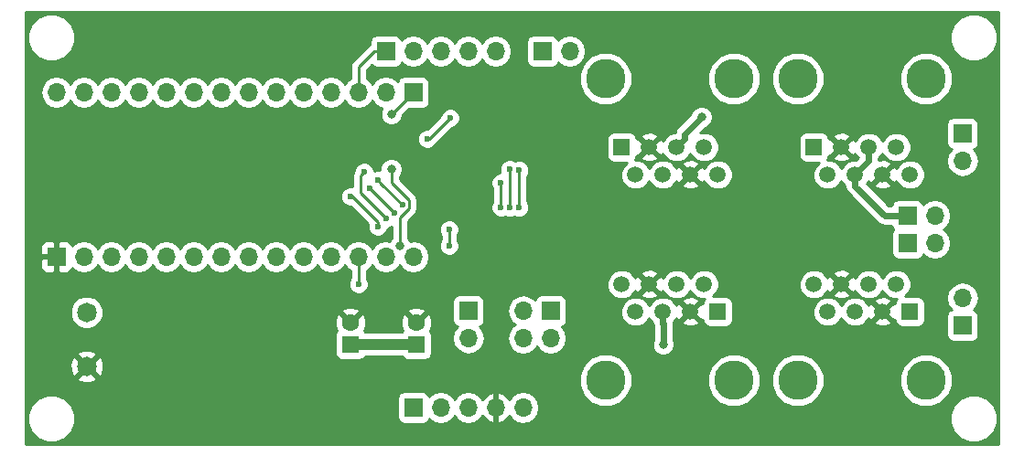
<source format=gbl>
G04 #@! TF.FileFunction,Copper,L2,Bot,Signal*
%FSLAX46Y46*%
G04 Gerber Fmt 4.6, Leading zero omitted, Abs format (unit mm)*
G04 Created by KiCad (PCBNEW 4.0.6-e0-6349~53~ubuntu16.04.1) date Sat Apr 29 18:22:20 2017*
%MOMM*%
%LPD*%
G01*
G04 APERTURE LIST*
%ADD10C,0.100000*%
%ADD11R,1.600000X1.600000*%
%ADD12C,1.600000*%
%ADD13R,1.700000X1.700000*%
%ADD14O,1.700000X1.700000*%
%ADD15C,3.650000*%
%ADD16R,1.500000X1.500000*%
%ADD17C,1.500000*%
%ADD18C,1.824000*%
%ADD19C,0.600000*%
%ADD20C,0.800000*%
%ADD21C,1.000000*%
%ADD22C,0.250000*%
%ADD23C,0.600000*%
%ADD24C,0.254000*%
G04 APERTURE END LIST*
D10*
D11*
X89154000Y-116046000D03*
D12*
X89154000Y-114046000D03*
D13*
X88900000Y-121920000D03*
D14*
X91440000Y-121920000D03*
X93980000Y-121920000D03*
X96520000Y-121920000D03*
X99060000Y-121920000D03*
D13*
X55880000Y-107950000D03*
D14*
X58420000Y-107950000D03*
X60960000Y-107950000D03*
X63500000Y-107950000D03*
X66040000Y-107950000D03*
X68580000Y-107950000D03*
X71120000Y-107950000D03*
X73660000Y-107950000D03*
X76200000Y-107950000D03*
X78740000Y-107950000D03*
X81280000Y-107950000D03*
X83820000Y-107950000D03*
X86360000Y-107950000D03*
X88900000Y-107950000D03*
D13*
X86360000Y-88900000D03*
D14*
X88900000Y-88900000D03*
X91440000Y-88900000D03*
X93980000Y-88900000D03*
X96520000Y-88900000D03*
D11*
X83058000Y-116046000D03*
D12*
X83058000Y-114046000D03*
D13*
X93980000Y-112953800D03*
D14*
X93980000Y-115493800D03*
D13*
X101600000Y-112953800D03*
D14*
X101600000Y-115493800D03*
X99060000Y-112953800D03*
X99060000Y-115493800D03*
D13*
X88900000Y-92710000D03*
D14*
X86360000Y-92710000D03*
X83820000Y-92710000D03*
X81280000Y-92710000D03*
X78740000Y-92710000D03*
X76200000Y-92710000D03*
X73660000Y-92710000D03*
X71120000Y-92710000D03*
X68580000Y-92710000D03*
X66040000Y-92710000D03*
X63500000Y-92710000D03*
X60960000Y-92710000D03*
X58420000Y-92710000D03*
X55880000Y-92710000D03*
D15*
X106680000Y-119380000D03*
X118550000Y-119380000D03*
D16*
X117060000Y-113030000D03*
D17*
X115790000Y-110490000D03*
X114520000Y-113030000D03*
X113250000Y-110490000D03*
X111980000Y-113030000D03*
X110710000Y-110490000D03*
X109440000Y-113030000D03*
X108170000Y-110490000D03*
D13*
X139700000Y-114300000D03*
D14*
X139700000Y-111760000D03*
D15*
X124460000Y-119380000D03*
X136330000Y-119380000D03*
D16*
X134840000Y-113030000D03*
D17*
X133570000Y-110490000D03*
X132300000Y-113030000D03*
X131030000Y-110490000D03*
X129760000Y-113030000D03*
X128490000Y-110490000D03*
X127220000Y-113030000D03*
X125950000Y-110490000D03*
D13*
X134620000Y-106680000D03*
D14*
X137160000Y-106680000D03*
D15*
X136330000Y-91440000D03*
X124460000Y-91440000D03*
D16*
X125950000Y-97790000D03*
D17*
X127220000Y-100330000D03*
X128490000Y-97790000D03*
X129760000Y-100330000D03*
X131030000Y-97790000D03*
X132300000Y-100330000D03*
X133570000Y-97790000D03*
X134840000Y-100330000D03*
D13*
X100838000Y-88900000D03*
D14*
X103378000Y-88900000D03*
D13*
X134620000Y-104140000D03*
D14*
X137160000Y-104140000D03*
D15*
X118550000Y-91440000D03*
X106680000Y-91440000D03*
D16*
X108170000Y-97790000D03*
D17*
X109440000Y-100330000D03*
X110710000Y-97790000D03*
X111980000Y-100330000D03*
X113250000Y-97790000D03*
X114520000Y-100330000D03*
X115790000Y-97790000D03*
X117060000Y-100330000D03*
D13*
X139700000Y-96520000D03*
D14*
X139700000Y-99060000D03*
D18*
X58674000Y-113110000D03*
X58674000Y-118110000D03*
D19*
X102542600Y-100657400D03*
X104902000Y-101600000D03*
X103378000Y-111760000D03*
X97028000Y-111760000D03*
X96291400Y-110286800D03*
X78232000Y-112242600D03*
X76694000Y-112166000D03*
X90805000Y-101168200D03*
X93141800Y-100152200D03*
X101667000Y-93264900D03*
X94107000Y-93204900D03*
X100711000Y-100609400D03*
X95329000Y-100657400D03*
X90170000Y-97028000D03*
X92294600Y-95088600D03*
X83058000Y-102362000D03*
X85598000Y-105156000D03*
X83820000Y-110490000D03*
X96989997Y-101092000D03*
X96989997Y-103378000D03*
X98690003Y-99937997D03*
X98690003Y-103378000D03*
X97790000Y-99822000D03*
X97790000Y-103378000D03*
D20*
X87630000Y-106934000D03*
X86861937Y-99815937D03*
X86868000Y-94742000D03*
D19*
X92202000Y-106934000D03*
X92202000Y-105410000D03*
X86360000Y-104394000D03*
X84328000Y-100076000D03*
X87884000Y-103124000D03*
X85598000Y-100838000D03*
X87122000Y-103886000D03*
X84836000Y-101600000D03*
D20*
X112014000Y-116078000D03*
X115570000Y-94996000D03*
D21*
X83058000Y-116046000D02*
X89154000Y-116046000D01*
D22*
X90355200Y-97028000D02*
X90170000Y-97028000D01*
X92294600Y-95088600D02*
X90355200Y-97028000D01*
X83228264Y-102362000D02*
X83058000Y-102362000D01*
X83566000Y-102699736D02*
X83228264Y-102362000D01*
X85598000Y-105156000D02*
X85598000Y-104731736D01*
X85598000Y-104731736D02*
X83566000Y-102699736D01*
X83820000Y-107950000D02*
X83820000Y-110490000D01*
X96989997Y-101130003D02*
X96989997Y-101092000D01*
X96989997Y-103378000D02*
X96989997Y-101130003D01*
X98690003Y-101207997D02*
X98690003Y-99937997D01*
X98690003Y-103378000D02*
X98690003Y-101207997D01*
X97790000Y-101092000D02*
X97790000Y-99822000D01*
X97790000Y-103378000D02*
X97790000Y-101092000D01*
X87630000Y-104303002D02*
X87630000Y-106934000D01*
X88509001Y-103424001D02*
X87630000Y-104303002D01*
X86861937Y-101085937D02*
X88509001Y-102733001D01*
X88509001Y-102733001D02*
X88509001Y-103424001D01*
X86861937Y-99815937D02*
X86861937Y-101085937D01*
X87884000Y-93726000D02*
X86868000Y-94742000D01*
X88900000Y-92710000D02*
X87884000Y-93726000D01*
X83820000Y-92710000D02*
X83820000Y-90340000D01*
X85260000Y-88900000D02*
X86360000Y-88900000D01*
X83820000Y-90340000D02*
X85260000Y-88900000D01*
X92202000Y-105834264D02*
X92202000Y-106934000D01*
X92202000Y-105410000D02*
X92202000Y-105834264D01*
X84028001Y-102062001D02*
X86360000Y-104394000D01*
X84328000Y-100076000D02*
X84028001Y-100375999D01*
X84028001Y-100375999D02*
X84028001Y-102062001D01*
X85897999Y-101137999D02*
X87884000Y-103124000D01*
X85598000Y-100838000D02*
X85897999Y-101137999D01*
X84836000Y-101600000D02*
X87122000Y-103886000D01*
D23*
X112014000Y-114124660D02*
X112014000Y-116078000D01*
X111980000Y-113030000D02*
X111980000Y-114090660D01*
X111980000Y-114090660D02*
X112014000Y-114124660D01*
X131030000Y-97790000D02*
X131030000Y-99060000D01*
X131030000Y-99060000D02*
X129760000Y-100330000D01*
X129760000Y-100330000D02*
X129760000Y-101390660D01*
X129760000Y-101390660D02*
X132509340Y-104140000D01*
X132509340Y-104140000D02*
X133170000Y-104140000D01*
X133170000Y-104140000D02*
X134620000Y-104140000D01*
X113999999Y-96566001D02*
X115570000Y-94996000D01*
X113250000Y-97790000D02*
X113999999Y-97040001D01*
X113999999Y-97040001D02*
X113999999Y-96566001D01*
D24*
G36*
X143054000Y-125274000D02*
X53034000Y-125274000D01*
X53034000Y-123376143D01*
X53149115Y-123376143D01*
X53486758Y-124193300D01*
X54111411Y-124819045D01*
X54927978Y-125158113D01*
X55812143Y-125158885D01*
X56629300Y-124821242D01*
X57255045Y-124196589D01*
X57594113Y-123380022D01*
X57594885Y-122495857D01*
X57257242Y-121678700D01*
X56649605Y-121070000D01*
X87402560Y-121070000D01*
X87402560Y-122770000D01*
X87446838Y-123005317D01*
X87585910Y-123221441D01*
X87798110Y-123366431D01*
X88050000Y-123417440D01*
X89750000Y-123417440D01*
X89985317Y-123373162D01*
X90201441Y-123234090D01*
X90346431Y-123021890D01*
X90360086Y-122954459D01*
X90389946Y-122999147D01*
X90871715Y-123321054D01*
X91440000Y-123434093D01*
X92008285Y-123321054D01*
X92490054Y-122999147D01*
X92710000Y-122669974D01*
X92929946Y-122999147D01*
X93411715Y-123321054D01*
X93980000Y-123434093D01*
X94548285Y-123321054D01*
X95030054Y-122999147D01*
X95257702Y-122658447D01*
X95324817Y-122801358D01*
X95753076Y-123191645D01*
X96163110Y-123361476D01*
X96393000Y-123240155D01*
X96393000Y-122047000D01*
X96373000Y-122047000D01*
X96373000Y-121793000D01*
X96393000Y-121793000D01*
X96393000Y-120599845D01*
X96647000Y-120599845D01*
X96647000Y-121793000D01*
X96667000Y-121793000D01*
X96667000Y-122047000D01*
X96647000Y-122047000D01*
X96647000Y-123240155D01*
X96876890Y-123361476D01*
X97286924Y-123191645D01*
X97715183Y-122801358D01*
X97782298Y-122658447D01*
X98009946Y-122999147D01*
X98491715Y-123321054D01*
X99060000Y-123434093D01*
X99351334Y-123376143D01*
X138493115Y-123376143D01*
X138830758Y-124193300D01*
X139455411Y-124819045D01*
X140271978Y-125158113D01*
X141156143Y-125158885D01*
X141973300Y-124821242D01*
X142599045Y-124196589D01*
X142938113Y-123380022D01*
X142938885Y-122495857D01*
X142601242Y-121678700D01*
X141976589Y-121052955D01*
X141160022Y-120713887D01*
X140275857Y-120713115D01*
X139458700Y-121050758D01*
X138832955Y-121675411D01*
X138493887Y-122491978D01*
X138493115Y-123376143D01*
X99351334Y-123376143D01*
X99628285Y-123321054D01*
X100110054Y-122999147D01*
X100431961Y-122517378D01*
X100545000Y-121949093D01*
X100545000Y-121890907D01*
X100431961Y-121322622D01*
X100110054Y-120840853D01*
X99628285Y-120518946D01*
X99060000Y-120405907D01*
X98491715Y-120518946D01*
X98009946Y-120840853D01*
X97782298Y-121181553D01*
X97715183Y-121038642D01*
X97286924Y-120648355D01*
X96876890Y-120478524D01*
X96647000Y-120599845D01*
X96393000Y-120599845D01*
X96163110Y-120478524D01*
X95753076Y-120648355D01*
X95324817Y-121038642D01*
X95257702Y-121181553D01*
X95030054Y-120840853D01*
X94548285Y-120518946D01*
X93980000Y-120405907D01*
X93411715Y-120518946D01*
X92929946Y-120840853D01*
X92710000Y-121170026D01*
X92490054Y-120840853D01*
X92008285Y-120518946D01*
X91440000Y-120405907D01*
X90871715Y-120518946D01*
X90389946Y-120840853D01*
X90362150Y-120882452D01*
X90353162Y-120834683D01*
X90214090Y-120618559D01*
X90001890Y-120473569D01*
X89750000Y-120422560D01*
X88050000Y-120422560D01*
X87814683Y-120466838D01*
X87598559Y-120605910D01*
X87453569Y-120818110D01*
X87402560Y-121070000D01*
X56649605Y-121070000D01*
X56632589Y-121052955D01*
X55816022Y-120713887D01*
X54931857Y-120713115D01*
X54114700Y-121050758D01*
X53488955Y-121675411D01*
X53149887Y-122491978D01*
X53149115Y-123376143D01*
X53034000Y-123376143D01*
X53034000Y-119867177D01*
X104219574Y-119867177D01*
X104593298Y-120771657D01*
X105284703Y-121464270D01*
X106188529Y-121839572D01*
X107167177Y-121840426D01*
X108071657Y-121466702D01*
X108764270Y-120775297D01*
X109139572Y-119871471D01*
X109139575Y-119867177D01*
X116089574Y-119867177D01*
X116463298Y-120771657D01*
X117154703Y-121464270D01*
X118058529Y-121839572D01*
X119037177Y-121840426D01*
X119941657Y-121466702D01*
X120634270Y-120775297D01*
X121009572Y-119871471D01*
X121009575Y-119867177D01*
X121999574Y-119867177D01*
X122373298Y-120771657D01*
X123064703Y-121464270D01*
X123968529Y-121839572D01*
X124947177Y-121840426D01*
X125851657Y-121466702D01*
X126544270Y-120775297D01*
X126919572Y-119871471D01*
X126919575Y-119867177D01*
X133869574Y-119867177D01*
X134243298Y-120771657D01*
X134934703Y-121464270D01*
X135838529Y-121839572D01*
X136817177Y-121840426D01*
X137721657Y-121466702D01*
X138414270Y-120775297D01*
X138789572Y-119871471D01*
X138790426Y-118892823D01*
X138416702Y-117988343D01*
X137725297Y-117295730D01*
X136821471Y-116920428D01*
X135842823Y-116919574D01*
X134938343Y-117293298D01*
X134245730Y-117984703D01*
X133870428Y-118888529D01*
X133869574Y-119867177D01*
X126919575Y-119867177D01*
X126920426Y-118892823D01*
X126546702Y-117988343D01*
X125855297Y-117295730D01*
X124951471Y-116920428D01*
X123972823Y-116919574D01*
X123068343Y-117293298D01*
X122375730Y-117984703D01*
X122000428Y-118888529D01*
X121999574Y-119867177D01*
X121009575Y-119867177D01*
X121010426Y-118892823D01*
X120636702Y-117988343D01*
X119945297Y-117295730D01*
X119041471Y-116920428D01*
X118062823Y-116919574D01*
X117158343Y-117293298D01*
X116465730Y-117984703D01*
X116090428Y-118888529D01*
X116089574Y-119867177D01*
X109139575Y-119867177D01*
X109140426Y-118892823D01*
X108766702Y-117988343D01*
X108075297Y-117295730D01*
X107171471Y-116920428D01*
X106192823Y-116919574D01*
X105288343Y-117293298D01*
X104595730Y-117984703D01*
X104220428Y-118888529D01*
X104219574Y-119867177D01*
X53034000Y-119867177D01*
X53034000Y-119198847D01*
X57764758Y-119198847D01*
X57852637Y-119456575D01*
X58430471Y-119668395D01*
X59045380Y-119642964D01*
X59495363Y-119456575D01*
X59583242Y-119198847D01*
X58674000Y-118289605D01*
X57764758Y-119198847D01*
X53034000Y-119198847D01*
X53034000Y-117866471D01*
X57115605Y-117866471D01*
X57141036Y-118481380D01*
X57327425Y-118931363D01*
X57585153Y-119019242D01*
X58494395Y-118110000D01*
X58853605Y-118110000D01*
X59762847Y-119019242D01*
X60020575Y-118931363D01*
X60232395Y-118353529D01*
X60206964Y-117738620D01*
X60020575Y-117288637D01*
X59762847Y-117200758D01*
X58853605Y-118110000D01*
X58494395Y-118110000D01*
X57585153Y-117200758D01*
X57327425Y-117288637D01*
X57115605Y-117866471D01*
X53034000Y-117866471D01*
X53034000Y-117021153D01*
X57764758Y-117021153D01*
X58674000Y-117930395D01*
X59583242Y-117021153D01*
X59495363Y-116763425D01*
X58917529Y-116551605D01*
X58302620Y-116577036D01*
X57852637Y-116763425D01*
X57764758Y-117021153D01*
X53034000Y-117021153D01*
X53034000Y-115246000D01*
X81610560Y-115246000D01*
X81610560Y-116846000D01*
X81654838Y-117081317D01*
X81793910Y-117297441D01*
X82006110Y-117442431D01*
X82258000Y-117493440D01*
X83858000Y-117493440D01*
X84093317Y-117449162D01*
X84309441Y-117310090D01*
X84397644Y-117181000D01*
X87814982Y-117181000D01*
X87889910Y-117297441D01*
X88102110Y-117442431D01*
X88354000Y-117493440D01*
X89954000Y-117493440D01*
X90189317Y-117449162D01*
X90405441Y-117310090D01*
X90550431Y-117097890D01*
X90601440Y-116846000D01*
X90601440Y-115493800D01*
X92465907Y-115493800D01*
X92578946Y-116062085D01*
X92900853Y-116543854D01*
X93382622Y-116865761D01*
X93950907Y-116978800D01*
X94009093Y-116978800D01*
X94577378Y-116865761D01*
X95059147Y-116543854D01*
X95381054Y-116062085D01*
X95494093Y-115493800D01*
X95381054Y-114925515D01*
X95059147Y-114443746D01*
X95017548Y-114415950D01*
X95065317Y-114406962D01*
X95281441Y-114267890D01*
X95426431Y-114055690D01*
X95477440Y-113803800D01*
X95477440Y-112924707D01*
X97575000Y-112924707D01*
X97575000Y-112982893D01*
X97688039Y-113551178D01*
X98009946Y-114032947D01*
X98295578Y-114223800D01*
X98009946Y-114414653D01*
X97688039Y-114896422D01*
X97575000Y-115464707D01*
X97575000Y-115522893D01*
X97688039Y-116091178D01*
X98009946Y-116572947D01*
X98491715Y-116894854D01*
X99060000Y-117007893D01*
X99628285Y-116894854D01*
X100110054Y-116572947D01*
X100330000Y-116243774D01*
X100549946Y-116572947D01*
X101031715Y-116894854D01*
X101600000Y-117007893D01*
X102168285Y-116894854D01*
X102650054Y-116572947D01*
X102971961Y-116091178D01*
X103085000Y-115522893D01*
X103085000Y-115464707D01*
X102971961Y-114896422D01*
X102650054Y-114414653D01*
X102648821Y-114413829D01*
X102685317Y-114406962D01*
X102901441Y-114267890D01*
X103046431Y-114055690D01*
X103097440Y-113803800D01*
X103097440Y-113304285D01*
X108054760Y-113304285D01*
X108265169Y-113813515D01*
X108654436Y-114203461D01*
X109163298Y-114414759D01*
X109714285Y-114415240D01*
X110223515Y-114204831D01*
X110613461Y-113815564D01*
X110709976Y-113583130D01*
X110805169Y-113813515D01*
X111045000Y-114053764D01*
X111045000Y-114090660D01*
X111079000Y-114261589D01*
X111079000Y-115630829D01*
X110979180Y-115871223D01*
X110978821Y-116282971D01*
X111136058Y-116663515D01*
X111426954Y-116954919D01*
X111807223Y-117112820D01*
X112218971Y-117113179D01*
X112599515Y-116955942D01*
X112890919Y-116665046D01*
X113048820Y-116284777D01*
X113049179Y-115873029D01*
X112949000Y-115630576D01*
X112949000Y-114124660D01*
X112931576Y-114037063D01*
X112967183Y-114001517D01*
X113728088Y-114001517D01*
X113796077Y-114242460D01*
X114315171Y-114427201D01*
X114865448Y-114399230D01*
X115243923Y-114242460D01*
X115311912Y-114001517D01*
X114520000Y-113209605D01*
X113728088Y-114001517D01*
X112967183Y-114001517D01*
X113153461Y-113815564D01*
X113243377Y-113599021D01*
X113307540Y-113753923D01*
X113548483Y-113821912D01*
X114340395Y-113030000D01*
X113548483Y-112238088D01*
X113307540Y-112306077D01*
X113248268Y-112472621D01*
X113154831Y-112246485D01*
X112967157Y-112058483D01*
X113728088Y-112058483D01*
X114520000Y-112850395D01*
X115311912Y-112058483D01*
X115243923Y-111817540D01*
X114724829Y-111632799D01*
X114174552Y-111660770D01*
X113796077Y-111817540D01*
X113728088Y-112058483D01*
X112967157Y-112058483D01*
X112765564Y-111856539D01*
X112256702Y-111645241D01*
X111705715Y-111644760D01*
X111196485Y-111855169D01*
X110806539Y-112244436D01*
X110710024Y-112476870D01*
X110614831Y-112246485D01*
X110225564Y-111856539D01*
X109716702Y-111645241D01*
X109165715Y-111644760D01*
X108656485Y-111855169D01*
X108266539Y-112244436D01*
X108055241Y-112753298D01*
X108054760Y-113304285D01*
X103097440Y-113304285D01*
X103097440Y-112103800D01*
X103053162Y-111868483D01*
X102914090Y-111652359D01*
X102701890Y-111507369D01*
X102450000Y-111456360D01*
X100750000Y-111456360D01*
X100514683Y-111500638D01*
X100298559Y-111639710D01*
X100153569Y-111851910D01*
X100139914Y-111919341D01*
X100110054Y-111874653D01*
X99628285Y-111552746D01*
X99060000Y-111439707D01*
X98491715Y-111552746D01*
X98009946Y-111874653D01*
X97688039Y-112356422D01*
X97575000Y-112924707D01*
X95477440Y-112924707D01*
X95477440Y-112103800D01*
X95433162Y-111868483D01*
X95294090Y-111652359D01*
X95081890Y-111507369D01*
X94830000Y-111456360D01*
X93130000Y-111456360D01*
X92894683Y-111500638D01*
X92678559Y-111639710D01*
X92533569Y-111851910D01*
X92482560Y-112103800D01*
X92482560Y-113803800D01*
X92526838Y-114039117D01*
X92665910Y-114255241D01*
X92878110Y-114400231D01*
X92945541Y-114413886D01*
X92900853Y-114443746D01*
X92578946Y-114925515D01*
X92465907Y-115493800D01*
X90601440Y-115493800D01*
X90601440Y-115246000D01*
X90557162Y-115010683D01*
X90418090Y-114794559D01*
X90411452Y-114790023D01*
X90600965Y-114262777D01*
X90573778Y-113692546D01*
X90407864Y-113291995D01*
X90161745Y-113217861D01*
X89333605Y-114046000D01*
X89347748Y-114060142D01*
X89168143Y-114239748D01*
X89154000Y-114225605D01*
X89139858Y-114239748D01*
X88960252Y-114060142D01*
X88974395Y-114046000D01*
X88146255Y-113217861D01*
X87900136Y-113291995D01*
X87707035Y-113829223D01*
X87734222Y-114399454D01*
X87896384Y-114790947D01*
X87814356Y-114911000D01*
X84397018Y-114911000D01*
X84322090Y-114794559D01*
X84315452Y-114790023D01*
X84504965Y-114262777D01*
X84477778Y-113692546D01*
X84311864Y-113291995D01*
X84065745Y-113217861D01*
X83237605Y-114046000D01*
X83251748Y-114060142D01*
X83072143Y-114239748D01*
X83058000Y-114225605D01*
X83043858Y-114239748D01*
X82864252Y-114060142D01*
X82878395Y-114046000D01*
X82050255Y-113217861D01*
X81804136Y-113291995D01*
X81611035Y-113829223D01*
X81638222Y-114399454D01*
X81800384Y-114790947D01*
X81661569Y-114994110D01*
X81610560Y-115246000D01*
X53034000Y-115246000D01*
X53034000Y-113416367D01*
X57126732Y-113416367D01*
X57361752Y-113985161D01*
X57796550Y-114420718D01*
X58364933Y-114656731D01*
X58980367Y-114657268D01*
X59549161Y-114422248D01*
X59984718Y-113987450D01*
X60220731Y-113419067D01*
X60221063Y-113038255D01*
X82229861Y-113038255D01*
X83058000Y-113866395D01*
X83886139Y-113038255D01*
X88325861Y-113038255D01*
X89154000Y-113866395D01*
X89982139Y-113038255D01*
X89908005Y-112792136D01*
X89370777Y-112599035D01*
X88800546Y-112626222D01*
X88399995Y-112792136D01*
X88325861Y-113038255D01*
X83886139Y-113038255D01*
X83812005Y-112792136D01*
X83274777Y-112599035D01*
X82704546Y-112626222D01*
X82303995Y-112792136D01*
X82229861Y-113038255D01*
X60221063Y-113038255D01*
X60221268Y-112803633D01*
X59986248Y-112234839D01*
X59551450Y-111799282D01*
X58983067Y-111563269D01*
X58367633Y-111562732D01*
X57798839Y-111797752D01*
X57363282Y-112232550D01*
X57127269Y-112800933D01*
X57126732Y-113416367D01*
X53034000Y-113416367D01*
X53034000Y-108235750D01*
X54395000Y-108235750D01*
X54395000Y-108926309D01*
X54491673Y-109159698D01*
X54670301Y-109338327D01*
X54903690Y-109435000D01*
X55594250Y-109435000D01*
X55753000Y-109276250D01*
X55753000Y-108077000D01*
X54553750Y-108077000D01*
X54395000Y-108235750D01*
X53034000Y-108235750D01*
X53034000Y-106973691D01*
X54395000Y-106973691D01*
X54395000Y-107664250D01*
X54553750Y-107823000D01*
X55753000Y-107823000D01*
X55753000Y-106623750D01*
X56007000Y-106623750D01*
X56007000Y-107823000D01*
X56027000Y-107823000D01*
X56027000Y-108077000D01*
X56007000Y-108077000D01*
X56007000Y-109276250D01*
X56165750Y-109435000D01*
X56856310Y-109435000D01*
X57089699Y-109338327D01*
X57268327Y-109159698D01*
X57340597Y-108985223D01*
X57369946Y-109029147D01*
X57851715Y-109351054D01*
X58420000Y-109464093D01*
X58988285Y-109351054D01*
X59470054Y-109029147D01*
X59690000Y-108699974D01*
X59909946Y-109029147D01*
X60391715Y-109351054D01*
X60960000Y-109464093D01*
X61528285Y-109351054D01*
X62010054Y-109029147D01*
X62230000Y-108699974D01*
X62449946Y-109029147D01*
X62931715Y-109351054D01*
X63500000Y-109464093D01*
X64068285Y-109351054D01*
X64550054Y-109029147D01*
X64770000Y-108699974D01*
X64989946Y-109029147D01*
X65471715Y-109351054D01*
X66040000Y-109464093D01*
X66608285Y-109351054D01*
X67090054Y-109029147D01*
X67310000Y-108699974D01*
X67529946Y-109029147D01*
X68011715Y-109351054D01*
X68580000Y-109464093D01*
X69148285Y-109351054D01*
X69630054Y-109029147D01*
X69850000Y-108699974D01*
X70069946Y-109029147D01*
X70551715Y-109351054D01*
X71120000Y-109464093D01*
X71688285Y-109351054D01*
X72170054Y-109029147D01*
X72390000Y-108699974D01*
X72609946Y-109029147D01*
X73091715Y-109351054D01*
X73660000Y-109464093D01*
X74228285Y-109351054D01*
X74710054Y-109029147D01*
X74930000Y-108699974D01*
X75149946Y-109029147D01*
X75631715Y-109351054D01*
X76200000Y-109464093D01*
X76768285Y-109351054D01*
X77250054Y-109029147D01*
X77470000Y-108699974D01*
X77689946Y-109029147D01*
X78171715Y-109351054D01*
X78740000Y-109464093D01*
X79308285Y-109351054D01*
X79790054Y-109029147D01*
X80010000Y-108699974D01*
X80229946Y-109029147D01*
X80711715Y-109351054D01*
X81280000Y-109464093D01*
X81848285Y-109351054D01*
X82330054Y-109029147D01*
X82550000Y-108699974D01*
X82769946Y-109029147D01*
X83060000Y-109222954D01*
X83060000Y-109927537D01*
X83027808Y-109959673D01*
X82885162Y-110303201D01*
X82884838Y-110675167D01*
X83026883Y-111018943D01*
X83289673Y-111282192D01*
X83633201Y-111424838D01*
X84005167Y-111425162D01*
X84348943Y-111283117D01*
X84612192Y-111020327D01*
X84718510Y-110764285D01*
X106784760Y-110764285D01*
X106995169Y-111273515D01*
X107384436Y-111663461D01*
X107893298Y-111874759D01*
X108444285Y-111875240D01*
X108953515Y-111664831D01*
X109157183Y-111461517D01*
X109918088Y-111461517D01*
X109986077Y-111702460D01*
X110505171Y-111887201D01*
X111055448Y-111859230D01*
X111433923Y-111702460D01*
X111501912Y-111461517D01*
X110710000Y-110669605D01*
X109918088Y-111461517D01*
X109157183Y-111461517D01*
X109343461Y-111275564D01*
X109433377Y-111059021D01*
X109497540Y-111213923D01*
X109738483Y-111281912D01*
X110530395Y-110490000D01*
X110889605Y-110490000D01*
X111681517Y-111281912D01*
X111922460Y-111213923D01*
X111981732Y-111047379D01*
X112075169Y-111273515D01*
X112464436Y-111663461D01*
X112973298Y-111874759D01*
X113524285Y-111875240D01*
X114033515Y-111664831D01*
X114423461Y-111275564D01*
X114519976Y-111043130D01*
X114615169Y-111273515D01*
X115004436Y-111663461D01*
X115513298Y-111874759D01*
X115818167Y-111875025D01*
X115713569Y-112028110D01*
X115662560Y-112280000D01*
X115662560Y-112286353D01*
X115491517Y-112238088D01*
X114699605Y-113030000D01*
X115491517Y-113821912D01*
X115662560Y-113773647D01*
X115662560Y-113780000D01*
X115706838Y-114015317D01*
X115845910Y-114231441D01*
X116058110Y-114376431D01*
X116310000Y-114427440D01*
X117810000Y-114427440D01*
X118045317Y-114383162D01*
X118261441Y-114244090D01*
X118406431Y-114031890D01*
X118457440Y-113780000D01*
X118457440Y-113304285D01*
X125834760Y-113304285D01*
X126045169Y-113813515D01*
X126434436Y-114203461D01*
X126943298Y-114414759D01*
X127494285Y-114415240D01*
X128003515Y-114204831D01*
X128393461Y-113815564D01*
X128489976Y-113583130D01*
X128585169Y-113813515D01*
X128974436Y-114203461D01*
X129483298Y-114414759D01*
X130034285Y-114415240D01*
X130543515Y-114204831D01*
X130747183Y-114001517D01*
X131508088Y-114001517D01*
X131576077Y-114242460D01*
X132095171Y-114427201D01*
X132645448Y-114399230D01*
X133023923Y-114242460D01*
X133091912Y-114001517D01*
X132300000Y-113209605D01*
X131508088Y-114001517D01*
X130747183Y-114001517D01*
X130933461Y-113815564D01*
X131023377Y-113599021D01*
X131087540Y-113753923D01*
X131328483Y-113821912D01*
X132120395Y-113030000D01*
X131328483Y-112238088D01*
X131087540Y-112306077D01*
X131028268Y-112472621D01*
X130934831Y-112246485D01*
X130747157Y-112058483D01*
X131508088Y-112058483D01*
X132300000Y-112850395D01*
X133091912Y-112058483D01*
X133023923Y-111817540D01*
X132504829Y-111632799D01*
X131954552Y-111660770D01*
X131576077Y-111817540D01*
X131508088Y-112058483D01*
X130747157Y-112058483D01*
X130545564Y-111856539D01*
X130036702Y-111645241D01*
X129485715Y-111644760D01*
X128976485Y-111855169D01*
X128586539Y-112244436D01*
X128490024Y-112476870D01*
X128394831Y-112246485D01*
X128005564Y-111856539D01*
X127496702Y-111645241D01*
X126945715Y-111644760D01*
X126436485Y-111855169D01*
X126046539Y-112244436D01*
X125835241Y-112753298D01*
X125834760Y-113304285D01*
X118457440Y-113304285D01*
X118457440Y-112280000D01*
X118413162Y-112044683D01*
X118274090Y-111828559D01*
X118061890Y-111683569D01*
X117810000Y-111632560D01*
X116605842Y-111632560D01*
X116963461Y-111275564D01*
X117174759Y-110766702D01*
X117174761Y-110764285D01*
X124564760Y-110764285D01*
X124775169Y-111273515D01*
X125164436Y-111663461D01*
X125673298Y-111874759D01*
X126224285Y-111875240D01*
X126733515Y-111664831D01*
X126937183Y-111461517D01*
X127698088Y-111461517D01*
X127766077Y-111702460D01*
X128285171Y-111887201D01*
X128835448Y-111859230D01*
X129213923Y-111702460D01*
X129281912Y-111461517D01*
X128490000Y-110669605D01*
X127698088Y-111461517D01*
X126937183Y-111461517D01*
X127123461Y-111275564D01*
X127213377Y-111059021D01*
X127277540Y-111213923D01*
X127518483Y-111281912D01*
X128310395Y-110490000D01*
X128669605Y-110490000D01*
X129461517Y-111281912D01*
X129702460Y-111213923D01*
X129761732Y-111047379D01*
X129855169Y-111273515D01*
X130244436Y-111663461D01*
X130753298Y-111874759D01*
X131304285Y-111875240D01*
X131813515Y-111664831D01*
X132203461Y-111275564D01*
X132299976Y-111043130D01*
X132395169Y-111273515D01*
X132784436Y-111663461D01*
X133293298Y-111874759D01*
X133598167Y-111875025D01*
X133493569Y-112028110D01*
X133442560Y-112280000D01*
X133442560Y-112286353D01*
X133271517Y-112238088D01*
X132479605Y-113030000D01*
X133271517Y-113821912D01*
X133442560Y-113773647D01*
X133442560Y-113780000D01*
X133486838Y-114015317D01*
X133625910Y-114231441D01*
X133838110Y-114376431D01*
X134090000Y-114427440D01*
X135590000Y-114427440D01*
X135825317Y-114383162D01*
X136041441Y-114244090D01*
X136186431Y-114031890D01*
X136237440Y-113780000D01*
X136237440Y-112280000D01*
X136193162Y-112044683D01*
X136054090Y-111828559D01*
X135953751Y-111760000D01*
X138185907Y-111760000D01*
X138298946Y-112328285D01*
X138620853Y-112810054D01*
X138662452Y-112837850D01*
X138614683Y-112846838D01*
X138398559Y-112985910D01*
X138253569Y-113198110D01*
X138202560Y-113450000D01*
X138202560Y-115150000D01*
X138246838Y-115385317D01*
X138385910Y-115601441D01*
X138598110Y-115746431D01*
X138850000Y-115797440D01*
X140550000Y-115797440D01*
X140785317Y-115753162D01*
X141001441Y-115614090D01*
X141146431Y-115401890D01*
X141197440Y-115150000D01*
X141197440Y-113450000D01*
X141153162Y-113214683D01*
X141014090Y-112998559D01*
X140801890Y-112853569D01*
X140734459Y-112839914D01*
X140779147Y-112810054D01*
X141101054Y-112328285D01*
X141214093Y-111760000D01*
X141101054Y-111191715D01*
X140779147Y-110709946D01*
X140297378Y-110388039D01*
X139729093Y-110275000D01*
X139670907Y-110275000D01*
X139102622Y-110388039D01*
X138620853Y-110709946D01*
X138298946Y-111191715D01*
X138185907Y-111760000D01*
X135953751Y-111760000D01*
X135841890Y-111683569D01*
X135590000Y-111632560D01*
X134385842Y-111632560D01*
X134743461Y-111275564D01*
X134954759Y-110766702D01*
X134955240Y-110215715D01*
X134744831Y-109706485D01*
X134355564Y-109316539D01*
X133846702Y-109105241D01*
X133295715Y-109104760D01*
X132786485Y-109315169D01*
X132396539Y-109704436D01*
X132300024Y-109936870D01*
X132204831Y-109706485D01*
X131815564Y-109316539D01*
X131306702Y-109105241D01*
X130755715Y-109104760D01*
X130246485Y-109315169D01*
X129856539Y-109704436D01*
X129766623Y-109920979D01*
X129702460Y-109766077D01*
X129461517Y-109698088D01*
X128669605Y-110490000D01*
X128310395Y-110490000D01*
X127518483Y-109698088D01*
X127277540Y-109766077D01*
X127218268Y-109932621D01*
X127124831Y-109706485D01*
X126937157Y-109518483D01*
X127698088Y-109518483D01*
X128490000Y-110310395D01*
X129281912Y-109518483D01*
X129213923Y-109277540D01*
X128694829Y-109092799D01*
X128144552Y-109120770D01*
X127766077Y-109277540D01*
X127698088Y-109518483D01*
X126937157Y-109518483D01*
X126735564Y-109316539D01*
X126226702Y-109105241D01*
X125675715Y-109104760D01*
X125166485Y-109315169D01*
X124776539Y-109704436D01*
X124565241Y-110213298D01*
X124564760Y-110764285D01*
X117174761Y-110764285D01*
X117175240Y-110215715D01*
X116964831Y-109706485D01*
X116575564Y-109316539D01*
X116066702Y-109105241D01*
X115515715Y-109104760D01*
X115006485Y-109315169D01*
X114616539Y-109704436D01*
X114520024Y-109936870D01*
X114424831Y-109706485D01*
X114035564Y-109316539D01*
X113526702Y-109105241D01*
X112975715Y-109104760D01*
X112466485Y-109315169D01*
X112076539Y-109704436D01*
X111986623Y-109920979D01*
X111922460Y-109766077D01*
X111681517Y-109698088D01*
X110889605Y-110490000D01*
X110530395Y-110490000D01*
X109738483Y-109698088D01*
X109497540Y-109766077D01*
X109438268Y-109932621D01*
X109344831Y-109706485D01*
X109157157Y-109518483D01*
X109918088Y-109518483D01*
X110710000Y-110310395D01*
X111501912Y-109518483D01*
X111433923Y-109277540D01*
X110914829Y-109092799D01*
X110364552Y-109120770D01*
X109986077Y-109277540D01*
X109918088Y-109518483D01*
X109157157Y-109518483D01*
X108955564Y-109316539D01*
X108446702Y-109105241D01*
X107895715Y-109104760D01*
X107386485Y-109315169D01*
X106996539Y-109704436D01*
X106785241Y-110213298D01*
X106784760Y-110764285D01*
X84718510Y-110764285D01*
X84754838Y-110676799D01*
X84755162Y-110304833D01*
X84613117Y-109961057D01*
X84580000Y-109927882D01*
X84580000Y-109222954D01*
X84870054Y-109029147D01*
X85090000Y-108699974D01*
X85309946Y-109029147D01*
X85791715Y-109351054D01*
X86360000Y-109464093D01*
X86928285Y-109351054D01*
X87410054Y-109029147D01*
X87630000Y-108699974D01*
X87849946Y-109029147D01*
X88331715Y-109351054D01*
X88900000Y-109464093D01*
X89468285Y-109351054D01*
X89950054Y-109029147D01*
X90271961Y-108547378D01*
X90385000Y-107979093D01*
X90385000Y-107920907D01*
X90271961Y-107352622D01*
X89950054Y-106870853D01*
X89468285Y-106548946D01*
X88900000Y-106435907D01*
X88571096Y-106501330D01*
X88507942Y-106348485D01*
X88390000Y-106230337D01*
X88390000Y-105595167D01*
X91266838Y-105595167D01*
X91408883Y-105938943D01*
X91442000Y-105972118D01*
X91442000Y-106371537D01*
X91409808Y-106403673D01*
X91267162Y-106747201D01*
X91266838Y-107119167D01*
X91408883Y-107462943D01*
X91671673Y-107726192D01*
X92015201Y-107868838D01*
X92387167Y-107869162D01*
X92730943Y-107727117D01*
X92994192Y-107464327D01*
X93136838Y-107120799D01*
X93137162Y-106748833D01*
X92995117Y-106405057D01*
X92962000Y-106371882D01*
X92962000Y-105972463D01*
X92994192Y-105940327D01*
X93136838Y-105596799D01*
X93137162Y-105224833D01*
X92995117Y-104881057D01*
X92732327Y-104617808D01*
X92388799Y-104475162D01*
X92016833Y-104474838D01*
X91673057Y-104616883D01*
X91409808Y-104879673D01*
X91267162Y-105223201D01*
X91266838Y-105595167D01*
X88390000Y-105595167D01*
X88390000Y-104617804D01*
X89046402Y-103961402D01*
X89211149Y-103714840D01*
X89269001Y-103424001D01*
X89269001Y-102733001D01*
X89251011Y-102642560D01*
X89211149Y-102442161D01*
X89046402Y-102195600D01*
X88127969Y-101277167D01*
X96054835Y-101277167D01*
X96196880Y-101620943D01*
X96229997Y-101654118D01*
X96229997Y-102815537D01*
X96197805Y-102847673D01*
X96055159Y-103191201D01*
X96054835Y-103563167D01*
X96196880Y-103906943D01*
X96459670Y-104170192D01*
X96803198Y-104312838D01*
X97175164Y-104313162D01*
X97390103Y-104224351D01*
X97603201Y-104312838D01*
X97975167Y-104313162D01*
X98240229Y-104203641D01*
X98503204Y-104312838D01*
X98875170Y-104313162D01*
X99218946Y-104171117D01*
X99482195Y-103908327D01*
X99624841Y-103564799D01*
X99625165Y-103192833D01*
X99483120Y-102849057D01*
X99450003Y-102815882D01*
X99450003Y-100500460D01*
X99482195Y-100468324D01*
X99624841Y-100124796D01*
X99625165Y-99752830D01*
X99483120Y-99409054D01*
X99220330Y-99145805D01*
X98876802Y-99003159D01*
X98504836Y-99002835D01*
X98355144Y-99064686D01*
X98320327Y-99029808D01*
X97976799Y-98887162D01*
X97604833Y-98886838D01*
X97261057Y-99028883D01*
X96997808Y-99291673D01*
X96855162Y-99635201D01*
X96854838Y-100007167D01*
X96916721Y-100156935D01*
X96804830Y-100156838D01*
X96461054Y-100298883D01*
X96197805Y-100561673D01*
X96055159Y-100905201D01*
X96054835Y-101277167D01*
X88127969Y-101277167D01*
X87621937Y-100771135D01*
X87621937Y-100519698D01*
X87738856Y-100402983D01*
X87896757Y-100022714D01*
X87897116Y-99610966D01*
X87739879Y-99230422D01*
X87448983Y-98939018D01*
X87068714Y-98781117D01*
X86656966Y-98780758D01*
X86276422Y-98937995D01*
X85985018Y-99228891D01*
X85827117Y-99609160D01*
X85826845Y-99920621D01*
X85784799Y-99903162D01*
X85412833Y-99902838D01*
X85263098Y-99964707D01*
X85263162Y-99890833D01*
X85121117Y-99547057D01*
X84858327Y-99283808D01*
X84514799Y-99141162D01*
X84142833Y-99140838D01*
X83799057Y-99282883D01*
X83535808Y-99545673D01*
X83393162Y-99889201D01*
X83393079Y-99984549D01*
X83325853Y-100085160D01*
X83268001Y-100375999D01*
X83268001Y-101436796D01*
X83244799Y-101427162D01*
X82872833Y-101426838D01*
X82529057Y-101568883D01*
X82265808Y-101831673D01*
X82123162Y-102175201D01*
X82122838Y-102547167D01*
X82264883Y-102890943D01*
X82527673Y-103154192D01*
X82871201Y-103296838D01*
X83088489Y-103297027D01*
X84691769Y-104900307D01*
X84663162Y-104969201D01*
X84662838Y-105341167D01*
X84804883Y-105684943D01*
X85067673Y-105948192D01*
X85411201Y-106090838D01*
X85783167Y-106091162D01*
X86126943Y-105949117D01*
X86390192Y-105686327D01*
X86532838Y-105342799D01*
X86532850Y-105329151D01*
X86545167Y-105329162D01*
X86870000Y-105194944D01*
X86870000Y-106230239D01*
X86753081Y-106346954D01*
X86688973Y-106501344D01*
X86360000Y-106435907D01*
X85791715Y-106548946D01*
X85309946Y-106870853D01*
X85090000Y-107200026D01*
X84870054Y-106870853D01*
X84388285Y-106548946D01*
X83820000Y-106435907D01*
X83251715Y-106548946D01*
X82769946Y-106870853D01*
X82550000Y-107200026D01*
X82330054Y-106870853D01*
X81848285Y-106548946D01*
X81280000Y-106435907D01*
X80711715Y-106548946D01*
X80229946Y-106870853D01*
X80010000Y-107200026D01*
X79790054Y-106870853D01*
X79308285Y-106548946D01*
X78740000Y-106435907D01*
X78171715Y-106548946D01*
X77689946Y-106870853D01*
X77470000Y-107200026D01*
X77250054Y-106870853D01*
X76768285Y-106548946D01*
X76200000Y-106435907D01*
X75631715Y-106548946D01*
X75149946Y-106870853D01*
X74930000Y-107200026D01*
X74710054Y-106870853D01*
X74228285Y-106548946D01*
X73660000Y-106435907D01*
X73091715Y-106548946D01*
X72609946Y-106870853D01*
X72390000Y-107200026D01*
X72170054Y-106870853D01*
X71688285Y-106548946D01*
X71120000Y-106435907D01*
X70551715Y-106548946D01*
X70069946Y-106870853D01*
X69850000Y-107200026D01*
X69630054Y-106870853D01*
X69148285Y-106548946D01*
X68580000Y-106435907D01*
X68011715Y-106548946D01*
X67529946Y-106870853D01*
X67310000Y-107200026D01*
X67090054Y-106870853D01*
X66608285Y-106548946D01*
X66040000Y-106435907D01*
X65471715Y-106548946D01*
X64989946Y-106870853D01*
X64770000Y-107200026D01*
X64550054Y-106870853D01*
X64068285Y-106548946D01*
X63500000Y-106435907D01*
X62931715Y-106548946D01*
X62449946Y-106870853D01*
X62230000Y-107200026D01*
X62010054Y-106870853D01*
X61528285Y-106548946D01*
X60960000Y-106435907D01*
X60391715Y-106548946D01*
X59909946Y-106870853D01*
X59690000Y-107200026D01*
X59470054Y-106870853D01*
X58988285Y-106548946D01*
X58420000Y-106435907D01*
X57851715Y-106548946D01*
X57369946Y-106870853D01*
X57340597Y-106914777D01*
X57268327Y-106740302D01*
X57089699Y-106561673D01*
X56856310Y-106465000D01*
X56165750Y-106465000D01*
X56007000Y-106623750D01*
X55753000Y-106623750D01*
X55594250Y-106465000D01*
X54903690Y-106465000D01*
X54670301Y-106561673D01*
X54491673Y-106740302D01*
X54395000Y-106973691D01*
X53034000Y-106973691D01*
X53034000Y-97213167D01*
X89234838Y-97213167D01*
X89376883Y-97556943D01*
X89639673Y-97820192D01*
X89983201Y-97962838D01*
X90355167Y-97963162D01*
X90698943Y-97821117D01*
X90962192Y-97558327D01*
X91006585Y-97451417D01*
X91418002Y-97040000D01*
X106772560Y-97040000D01*
X106772560Y-98540000D01*
X106816838Y-98775317D01*
X106955910Y-98991441D01*
X107168110Y-99136431D01*
X107420000Y-99187440D01*
X108624158Y-99187440D01*
X108266539Y-99544436D01*
X108055241Y-100053298D01*
X108054760Y-100604285D01*
X108265169Y-101113515D01*
X108654436Y-101503461D01*
X109163298Y-101714759D01*
X109714285Y-101715240D01*
X110223515Y-101504831D01*
X110613461Y-101115564D01*
X110709976Y-100883130D01*
X110805169Y-101113515D01*
X111194436Y-101503461D01*
X111703298Y-101714759D01*
X112254285Y-101715240D01*
X112763515Y-101504831D01*
X112967183Y-101301517D01*
X113728088Y-101301517D01*
X113796077Y-101542460D01*
X114315171Y-101727201D01*
X114865448Y-101699230D01*
X115243923Y-101542460D01*
X115311912Y-101301517D01*
X114520000Y-100509605D01*
X113728088Y-101301517D01*
X112967183Y-101301517D01*
X113153461Y-101115564D01*
X113243377Y-100899021D01*
X113307540Y-101053923D01*
X113548483Y-101121912D01*
X114340395Y-100330000D01*
X114699605Y-100330000D01*
X115491517Y-101121912D01*
X115732460Y-101053923D01*
X115791732Y-100887379D01*
X115885169Y-101113515D01*
X116274436Y-101503461D01*
X116783298Y-101714759D01*
X117334285Y-101715240D01*
X117843515Y-101504831D01*
X118233461Y-101115564D01*
X118444759Y-100606702D01*
X118445240Y-100055715D01*
X118234831Y-99546485D01*
X117845564Y-99156539D01*
X117336702Y-98945241D01*
X116785715Y-98944760D01*
X116276485Y-99155169D01*
X115886539Y-99544436D01*
X115796623Y-99760979D01*
X115732460Y-99606077D01*
X115491517Y-99538088D01*
X114699605Y-100330000D01*
X114340395Y-100330000D01*
X113548483Y-99538088D01*
X113307540Y-99606077D01*
X113248268Y-99772621D01*
X113154831Y-99546485D01*
X112967157Y-99358483D01*
X113728088Y-99358483D01*
X114520000Y-100150395D01*
X115311912Y-99358483D01*
X115243923Y-99117540D01*
X114724829Y-98932799D01*
X114174552Y-98960770D01*
X113796077Y-99117540D01*
X113728088Y-99358483D01*
X112967157Y-99358483D01*
X112765564Y-99156539D01*
X112256702Y-98945241D01*
X111705715Y-98944760D01*
X111196485Y-99155169D01*
X110806539Y-99544436D01*
X110710024Y-99776870D01*
X110614831Y-99546485D01*
X110225564Y-99156539D01*
X109716702Y-98945241D01*
X109411833Y-98944975D01*
X109516431Y-98791890D01*
X109522581Y-98761517D01*
X109918088Y-98761517D01*
X109986077Y-99002460D01*
X110505171Y-99187201D01*
X111055448Y-99159230D01*
X111433923Y-99002460D01*
X111501912Y-98761517D01*
X110710000Y-97969605D01*
X109918088Y-98761517D01*
X109522581Y-98761517D01*
X109567440Y-98540000D01*
X109567440Y-98533647D01*
X109738483Y-98581912D01*
X110530395Y-97790000D01*
X110889605Y-97790000D01*
X111681517Y-98581912D01*
X111922460Y-98513923D01*
X111981732Y-98347379D01*
X112075169Y-98573515D01*
X112464436Y-98963461D01*
X112973298Y-99174759D01*
X113524285Y-99175240D01*
X114033515Y-98964831D01*
X114423461Y-98575564D01*
X114519976Y-98343130D01*
X114615169Y-98573515D01*
X115004436Y-98963461D01*
X115513298Y-99174759D01*
X116064285Y-99175240D01*
X116573515Y-98964831D01*
X116963461Y-98575564D01*
X117174759Y-98066702D01*
X117175240Y-97515715D01*
X116978680Y-97040000D01*
X124552560Y-97040000D01*
X124552560Y-98540000D01*
X124596838Y-98775317D01*
X124735910Y-98991441D01*
X124948110Y-99136431D01*
X125200000Y-99187440D01*
X126404158Y-99187440D01*
X126046539Y-99544436D01*
X125835241Y-100053298D01*
X125834760Y-100604285D01*
X126045169Y-101113515D01*
X126434436Y-101503461D01*
X126943298Y-101714759D01*
X127494285Y-101715240D01*
X128003515Y-101504831D01*
X128393461Y-101115564D01*
X128489976Y-100883130D01*
X128585169Y-101113515D01*
X128825000Y-101353764D01*
X128825000Y-101390660D01*
X128896173Y-101748469D01*
X129098855Y-102051805D01*
X131848195Y-104801145D01*
X132151531Y-105003827D01*
X132509340Y-105075000D01*
X133138554Y-105075000D01*
X133166838Y-105225317D01*
X133287015Y-105412077D01*
X133173569Y-105578110D01*
X133122560Y-105830000D01*
X133122560Y-107530000D01*
X133166838Y-107765317D01*
X133305910Y-107981441D01*
X133518110Y-108126431D01*
X133770000Y-108177440D01*
X135470000Y-108177440D01*
X135705317Y-108133162D01*
X135921441Y-107994090D01*
X136066431Y-107781890D01*
X136080086Y-107714459D01*
X136109946Y-107759147D01*
X136591715Y-108081054D01*
X137160000Y-108194093D01*
X137728285Y-108081054D01*
X138210054Y-107759147D01*
X138531961Y-107277378D01*
X138645000Y-106709093D01*
X138645000Y-106650907D01*
X138531961Y-106082622D01*
X138210054Y-105600853D01*
X137924422Y-105410000D01*
X138210054Y-105219147D01*
X138531961Y-104737378D01*
X138645000Y-104169093D01*
X138645000Y-104110907D01*
X138531961Y-103542622D01*
X138210054Y-103060853D01*
X137728285Y-102738946D01*
X137160000Y-102625907D01*
X136591715Y-102738946D01*
X136109946Y-103060853D01*
X136082150Y-103102452D01*
X136073162Y-103054683D01*
X135934090Y-102838559D01*
X135721890Y-102693569D01*
X135470000Y-102642560D01*
X133770000Y-102642560D01*
X133534683Y-102686838D01*
X133318559Y-102825910D01*
X133173569Y-103038110D01*
X133139773Y-103205000D01*
X132896630Y-103205000D01*
X130993147Y-101301517D01*
X131508088Y-101301517D01*
X131576077Y-101542460D01*
X132095171Y-101727201D01*
X132645448Y-101699230D01*
X133023923Y-101542460D01*
X133091912Y-101301517D01*
X132300000Y-100509605D01*
X131508088Y-101301517D01*
X130993147Y-101301517D01*
X130870272Y-101178642D01*
X130933461Y-101115564D01*
X131023377Y-100899021D01*
X131087540Y-101053923D01*
X131328483Y-101121912D01*
X132120395Y-100330000D01*
X132479605Y-100330000D01*
X133271517Y-101121912D01*
X133512460Y-101053923D01*
X133571732Y-100887379D01*
X133665169Y-101113515D01*
X134054436Y-101503461D01*
X134563298Y-101714759D01*
X135114285Y-101715240D01*
X135623515Y-101504831D01*
X136013461Y-101115564D01*
X136224759Y-100606702D01*
X136225240Y-100055715D01*
X136014831Y-99546485D01*
X135625564Y-99156539D01*
X135393073Y-99060000D01*
X138185907Y-99060000D01*
X138298946Y-99628285D01*
X138620853Y-100110054D01*
X139102622Y-100431961D01*
X139670907Y-100545000D01*
X139729093Y-100545000D01*
X140297378Y-100431961D01*
X140779147Y-100110054D01*
X141101054Y-99628285D01*
X141214093Y-99060000D01*
X141101054Y-98491715D01*
X140779147Y-98009946D01*
X140737548Y-97982150D01*
X140785317Y-97973162D01*
X141001441Y-97834090D01*
X141146431Y-97621890D01*
X141197440Y-97370000D01*
X141197440Y-95670000D01*
X141153162Y-95434683D01*
X141014090Y-95218559D01*
X140801890Y-95073569D01*
X140550000Y-95022560D01*
X138850000Y-95022560D01*
X138614683Y-95066838D01*
X138398559Y-95205910D01*
X138253569Y-95418110D01*
X138202560Y-95670000D01*
X138202560Y-97370000D01*
X138246838Y-97605317D01*
X138385910Y-97821441D01*
X138598110Y-97966431D01*
X138665541Y-97980086D01*
X138620853Y-98009946D01*
X138298946Y-98491715D01*
X138185907Y-99060000D01*
X135393073Y-99060000D01*
X135116702Y-98945241D01*
X134565715Y-98944760D01*
X134056485Y-99155169D01*
X133666539Y-99544436D01*
X133576623Y-99760979D01*
X133512460Y-99606077D01*
X133271517Y-99538088D01*
X132479605Y-100330000D01*
X132120395Y-100330000D01*
X132106253Y-100315858D01*
X132285858Y-100136253D01*
X132300000Y-100150395D01*
X133091912Y-99358483D01*
X133023923Y-99117540D01*
X132504829Y-98932799D01*
X131965000Y-98960239D01*
X131965000Y-98813610D01*
X132203461Y-98575564D01*
X132299976Y-98343130D01*
X132395169Y-98573515D01*
X132784436Y-98963461D01*
X133293298Y-99174759D01*
X133844285Y-99175240D01*
X134353515Y-98964831D01*
X134743461Y-98575564D01*
X134954759Y-98066702D01*
X134955240Y-97515715D01*
X134744831Y-97006485D01*
X134355564Y-96616539D01*
X133846702Y-96405241D01*
X133295715Y-96404760D01*
X132786485Y-96615169D01*
X132396539Y-97004436D01*
X132300024Y-97236870D01*
X132204831Y-97006485D01*
X131815564Y-96616539D01*
X131306702Y-96405241D01*
X130755715Y-96404760D01*
X130246485Y-96615169D01*
X129856539Y-97004436D01*
X129766623Y-97220979D01*
X129702460Y-97066077D01*
X129461517Y-96998088D01*
X128669605Y-97790000D01*
X129461517Y-98581912D01*
X129702460Y-98513923D01*
X129761732Y-98347379D01*
X129855169Y-98573515D01*
X130024534Y-98743176D01*
X129822656Y-98945054D01*
X129485715Y-98944760D01*
X128976485Y-99155169D01*
X128586539Y-99544436D01*
X128490024Y-99776870D01*
X128394831Y-99546485D01*
X128005564Y-99156539D01*
X127496702Y-98945241D01*
X127191833Y-98944975D01*
X127296431Y-98791890D01*
X127302581Y-98761517D01*
X127698088Y-98761517D01*
X127766077Y-99002460D01*
X128285171Y-99187201D01*
X128835448Y-99159230D01*
X129213923Y-99002460D01*
X129281912Y-98761517D01*
X128490000Y-97969605D01*
X127698088Y-98761517D01*
X127302581Y-98761517D01*
X127347440Y-98540000D01*
X127347440Y-98533647D01*
X127518483Y-98581912D01*
X128310395Y-97790000D01*
X127518483Y-96998088D01*
X127347440Y-97046353D01*
X127347440Y-97040000D01*
X127305759Y-96818483D01*
X127698088Y-96818483D01*
X128490000Y-97610395D01*
X129281912Y-96818483D01*
X129213923Y-96577540D01*
X128694829Y-96392799D01*
X128144552Y-96420770D01*
X127766077Y-96577540D01*
X127698088Y-96818483D01*
X127305759Y-96818483D01*
X127303162Y-96804683D01*
X127164090Y-96588559D01*
X126951890Y-96443569D01*
X126700000Y-96392560D01*
X125200000Y-96392560D01*
X124964683Y-96436838D01*
X124748559Y-96575910D01*
X124603569Y-96788110D01*
X124552560Y-97040000D01*
X116978680Y-97040000D01*
X116964831Y-97006485D01*
X116575564Y-96616539D01*
X116066702Y-96405241D01*
X115515715Y-96404760D01*
X115460868Y-96427422D01*
X115914948Y-95973342D01*
X116155515Y-95873942D01*
X116446919Y-95583046D01*
X116604820Y-95202777D01*
X116605179Y-94791029D01*
X116447942Y-94410485D01*
X116157046Y-94119081D01*
X115776777Y-93961180D01*
X115365029Y-93960821D01*
X114984485Y-94118058D01*
X114693081Y-94408954D01*
X114592479Y-94651231D01*
X113338854Y-95904856D01*
X113136172Y-96208192D01*
X113097051Y-96404866D01*
X112975715Y-96404760D01*
X112466485Y-96615169D01*
X112076539Y-97004436D01*
X111986623Y-97220979D01*
X111922460Y-97066077D01*
X111681517Y-96998088D01*
X110889605Y-97790000D01*
X110530395Y-97790000D01*
X109738483Y-96998088D01*
X109567440Y-97046353D01*
X109567440Y-97040000D01*
X109525759Y-96818483D01*
X109918088Y-96818483D01*
X110710000Y-97610395D01*
X111501912Y-96818483D01*
X111433923Y-96577540D01*
X110914829Y-96392799D01*
X110364552Y-96420770D01*
X109986077Y-96577540D01*
X109918088Y-96818483D01*
X109525759Y-96818483D01*
X109523162Y-96804683D01*
X109384090Y-96588559D01*
X109171890Y-96443569D01*
X108920000Y-96392560D01*
X107420000Y-96392560D01*
X107184683Y-96436838D01*
X106968559Y-96575910D01*
X106823569Y-96788110D01*
X106772560Y-97040000D01*
X91418002Y-97040000D01*
X92434280Y-96023722D01*
X92479767Y-96023762D01*
X92823543Y-95881717D01*
X93086792Y-95618927D01*
X93229438Y-95275399D01*
X93229762Y-94903433D01*
X93087717Y-94559657D01*
X92824927Y-94296408D01*
X92481399Y-94153762D01*
X92109433Y-94153438D01*
X91765657Y-94295483D01*
X91502408Y-94558273D01*
X91359762Y-94901801D01*
X91359721Y-94948677D01*
X90215359Y-96093039D01*
X89984833Y-96092838D01*
X89641057Y-96234883D01*
X89377808Y-96497673D01*
X89235162Y-96841201D01*
X89234838Y-97213167D01*
X53034000Y-97213167D01*
X53034000Y-92680907D01*
X54395000Y-92680907D01*
X54395000Y-92739093D01*
X54508039Y-93307378D01*
X54829946Y-93789147D01*
X55311715Y-94111054D01*
X55880000Y-94224093D01*
X56448285Y-94111054D01*
X56930054Y-93789147D01*
X57150000Y-93459974D01*
X57369946Y-93789147D01*
X57851715Y-94111054D01*
X58420000Y-94224093D01*
X58988285Y-94111054D01*
X59470054Y-93789147D01*
X59690000Y-93459974D01*
X59909946Y-93789147D01*
X60391715Y-94111054D01*
X60960000Y-94224093D01*
X61528285Y-94111054D01*
X62010054Y-93789147D01*
X62230000Y-93459974D01*
X62449946Y-93789147D01*
X62931715Y-94111054D01*
X63500000Y-94224093D01*
X64068285Y-94111054D01*
X64550054Y-93789147D01*
X64770000Y-93459974D01*
X64989946Y-93789147D01*
X65471715Y-94111054D01*
X66040000Y-94224093D01*
X66608285Y-94111054D01*
X67090054Y-93789147D01*
X67310000Y-93459974D01*
X67529946Y-93789147D01*
X68011715Y-94111054D01*
X68580000Y-94224093D01*
X69148285Y-94111054D01*
X69630054Y-93789147D01*
X69850000Y-93459974D01*
X70069946Y-93789147D01*
X70551715Y-94111054D01*
X71120000Y-94224093D01*
X71688285Y-94111054D01*
X72170054Y-93789147D01*
X72390000Y-93459974D01*
X72609946Y-93789147D01*
X73091715Y-94111054D01*
X73660000Y-94224093D01*
X74228285Y-94111054D01*
X74710054Y-93789147D01*
X74930000Y-93459974D01*
X75149946Y-93789147D01*
X75631715Y-94111054D01*
X76200000Y-94224093D01*
X76768285Y-94111054D01*
X77250054Y-93789147D01*
X77470000Y-93459974D01*
X77689946Y-93789147D01*
X78171715Y-94111054D01*
X78740000Y-94224093D01*
X79308285Y-94111054D01*
X79790054Y-93789147D01*
X80010000Y-93459974D01*
X80229946Y-93789147D01*
X80711715Y-94111054D01*
X81280000Y-94224093D01*
X81848285Y-94111054D01*
X82330054Y-93789147D01*
X82550000Y-93459974D01*
X82769946Y-93789147D01*
X83251715Y-94111054D01*
X83820000Y-94224093D01*
X84388285Y-94111054D01*
X84870054Y-93789147D01*
X85090000Y-93459974D01*
X85309946Y-93789147D01*
X85791715Y-94111054D01*
X85994626Y-94151415D01*
X85991081Y-94154954D01*
X85833180Y-94535223D01*
X85832821Y-94946971D01*
X85990058Y-95327515D01*
X86280954Y-95618919D01*
X86661223Y-95776820D01*
X87072971Y-95777179D01*
X87453515Y-95619942D01*
X87744919Y-95329046D01*
X87902820Y-94948777D01*
X87902966Y-94781836D01*
X88477362Y-94207440D01*
X89750000Y-94207440D01*
X89985317Y-94163162D01*
X90201441Y-94024090D01*
X90346431Y-93811890D01*
X90397440Y-93560000D01*
X90397440Y-91927177D01*
X104219574Y-91927177D01*
X104593298Y-92831657D01*
X105284703Y-93524270D01*
X106188529Y-93899572D01*
X107167177Y-93900426D01*
X108071657Y-93526702D01*
X108764270Y-92835297D01*
X109139572Y-91931471D01*
X109139575Y-91927177D01*
X116089574Y-91927177D01*
X116463298Y-92831657D01*
X117154703Y-93524270D01*
X118058529Y-93899572D01*
X119037177Y-93900426D01*
X119941657Y-93526702D01*
X120634270Y-92835297D01*
X121009572Y-91931471D01*
X121009575Y-91927177D01*
X121999574Y-91927177D01*
X122373298Y-92831657D01*
X123064703Y-93524270D01*
X123968529Y-93899572D01*
X124947177Y-93900426D01*
X125851657Y-93526702D01*
X126544270Y-92835297D01*
X126919572Y-91931471D01*
X126919575Y-91927177D01*
X133869574Y-91927177D01*
X134243298Y-92831657D01*
X134934703Y-93524270D01*
X135838529Y-93899572D01*
X136817177Y-93900426D01*
X137721657Y-93526702D01*
X138414270Y-92835297D01*
X138789572Y-91931471D01*
X138790426Y-90952823D01*
X138416702Y-90048343D01*
X137725297Y-89355730D01*
X136821471Y-88980428D01*
X135842823Y-88979574D01*
X134938343Y-89353298D01*
X134245730Y-90044703D01*
X133870428Y-90948529D01*
X133869574Y-91927177D01*
X126919575Y-91927177D01*
X126920426Y-90952823D01*
X126546702Y-90048343D01*
X125855297Y-89355730D01*
X124951471Y-88980428D01*
X123972823Y-88979574D01*
X123068343Y-89353298D01*
X122375730Y-90044703D01*
X122000428Y-90948529D01*
X121999574Y-91927177D01*
X121009575Y-91927177D01*
X121010426Y-90952823D01*
X120636702Y-90048343D01*
X119945297Y-89355730D01*
X119041471Y-88980428D01*
X118062823Y-88979574D01*
X117158343Y-89353298D01*
X116465730Y-90044703D01*
X116090428Y-90948529D01*
X116089574Y-91927177D01*
X109139575Y-91927177D01*
X109140426Y-90952823D01*
X108766702Y-90048343D01*
X108075297Y-89355730D01*
X107171471Y-88980428D01*
X106192823Y-88979574D01*
X105288343Y-89353298D01*
X104595730Y-90044703D01*
X104220428Y-90948529D01*
X104219574Y-91927177D01*
X90397440Y-91927177D01*
X90397440Y-91860000D01*
X90353162Y-91624683D01*
X90214090Y-91408559D01*
X90001890Y-91263569D01*
X89750000Y-91212560D01*
X88050000Y-91212560D01*
X87814683Y-91256838D01*
X87598559Y-91395910D01*
X87453569Y-91608110D01*
X87439914Y-91675541D01*
X87410054Y-91630853D01*
X86928285Y-91308946D01*
X86360000Y-91195907D01*
X85791715Y-91308946D01*
X85309946Y-91630853D01*
X85090000Y-91960026D01*
X84870054Y-91630853D01*
X84580000Y-91437046D01*
X84580000Y-90654802D01*
X85040997Y-90193805D01*
X85045910Y-90201441D01*
X85258110Y-90346431D01*
X85510000Y-90397440D01*
X87210000Y-90397440D01*
X87445317Y-90353162D01*
X87661441Y-90214090D01*
X87806431Y-90001890D01*
X87820086Y-89934459D01*
X87849946Y-89979147D01*
X88331715Y-90301054D01*
X88900000Y-90414093D01*
X89468285Y-90301054D01*
X89950054Y-89979147D01*
X90170000Y-89649974D01*
X90389946Y-89979147D01*
X90871715Y-90301054D01*
X91440000Y-90414093D01*
X92008285Y-90301054D01*
X92490054Y-89979147D01*
X92710000Y-89649974D01*
X92929946Y-89979147D01*
X93411715Y-90301054D01*
X93980000Y-90414093D01*
X94548285Y-90301054D01*
X95030054Y-89979147D01*
X95250000Y-89649974D01*
X95469946Y-89979147D01*
X95951715Y-90301054D01*
X96520000Y-90414093D01*
X97088285Y-90301054D01*
X97570054Y-89979147D01*
X97891961Y-89497378D01*
X98005000Y-88929093D01*
X98005000Y-88870907D01*
X97891961Y-88302622D01*
X97723165Y-88050000D01*
X99340560Y-88050000D01*
X99340560Y-89750000D01*
X99384838Y-89985317D01*
X99523910Y-90201441D01*
X99736110Y-90346431D01*
X99988000Y-90397440D01*
X101688000Y-90397440D01*
X101923317Y-90353162D01*
X102139441Y-90214090D01*
X102284431Y-90001890D01*
X102298086Y-89934459D01*
X102327946Y-89979147D01*
X102809715Y-90301054D01*
X103378000Y-90414093D01*
X103946285Y-90301054D01*
X104428054Y-89979147D01*
X104749961Y-89497378D01*
X104863000Y-88929093D01*
X104863000Y-88870907D01*
X104749961Y-88302622D01*
X104594624Y-88070143D01*
X138493115Y-88070143D01*
X138830758Y-88887300D01*
X139455411Y-89513045D01*
X140271978Y-89852113D01*
X141156143Y-89852885D01*
X141973300Y-89515242D01*
X142599045Y-88890589D01*
X142938113Y-88074022D01*
X142938885Y-87189857D01*
X142601242Y-86372700D01*
X141976589Y-85746955D01*
X141160022Y-85407887D01*
X140275857Y-85407115D01*
X139458700Y-85744758D01*
X138832955Y-86369411D01*
X138493887Y-87185978D01*
X138493115Y-88070143D01*
X104594624Y-88070143D01*
X104428054Y-87820853D01*
X103946285Y-87498946D01*
X103378000Y-87385907D01*
X102809715Y-87498946D01*
X102327946Y-87820853D01*
X102300150Y-87862452D01*
X102291162Y-87814683D01*
X102152090Y-87598559D01*
X101939890Y-87453569D01*
X101688000Y-87402560D01*
X99988000Y-87402560D01*
X99752683Y-87446838D01*
X99536559Y-87585910D01*
X99391569Y-87798110D01*
X99340560Y-88050000D01*
X97723165Y-88050000D01*
X97570054Y-87820853D01*
X97088285Y-87498946D01*
X96520000Y-87385907D01*
X95951715Y-87498946D01*
X95469946Y-87820853D01*
X95250000Y-88150026D01*
X95030054Y-87820853D01*
X94548285Y-87498946D01*
X93980000Y-87385907D01*
X93411715Y-87498946D01*
X92929946Y-87820853D01*
X92710000Y-88150026D01*
X92490054Y-87820853D01*
X92008285Y-87498946D01*
X91440000Y-87385907D01*
X90871715Y-87498946D01*
X90389946Y-87820853D01*
X90170000Y-88150026D01*
X89950054Y-87820853D01*
X89468285Y-87498946D01*
X88900000Y-87385907D01*
X88331715Y-87498946D01*
X87849946Y-87820853D01*
X87822150Y-87862452D01*
X87813162Y-87814683D01*
X87674090Y-87598559D01*
X87461890Y-87453569D01*
X87210000Y-87402560D01*
X85510000Y-87402560D01*
X85274683Y-87446838D01*
X85058559Y-87585910D01*
X84913569Y-87798110D01*
X84862560Y-88050000D01*
X84862560Y-88269080D01*
X84722599Y-88362599D01*
X83282599Y-89802599D01*
X83117852Y-90049161D01*
X83060000Y-90340000D01*
X83060000Y-91437046D01*
X82769946Y-91630853D01*
X82550000Y-91960026D01*
X82330054Y-91630853D01*
X81848285Y-91308946D01*
X81280000Y-91195907D01*
X80711715Y-91308946D01*
X80229946Y-91630853D01*
X80010000Y-91960026D01*
X79790054Y-91630853D01*
X79308285Y-91308946D01*
X78740000Y-91195907D01*
X78171715Y-91308946D01*
X77689946Y-91630853D01*
X77470000Y-91960026D01*
X77250054Y-91630853D01*
X76768285Y-91308946D01*
X76200000Y-91195907D01*
X75631715Y-91308946D01*
X75149946Y-91630853D01*
X74930000Y-91960026D01*
X74710054Y-91630853D01*
X74228285Y-91308946D01*
X73660000Y-91195907D01*
X73091715Y-91308946D01*
X72609946Y-91630853D01*
X72390000Y-91960026D01*
X72170054Y-91630853D01*
X71688285Y-91308946D01*
X71120000Y-91195907D01*
X70551715Y-91308946D01*
X70069946Y-91630853D01*
X69850000Y-91960026D01*
X69630054Y-91630853D01*
X69148285Y-91308946D01*
X68580000Y-91195907D01*
X68011715Y-91308946D01*
X67529946Y-91630853D01*
X67310000Y-91960026D01*
X67090054Y-91630853D01*
X66608285Y-91308946D01*
X66040000Y-91195907D01*
X65471715Y-91308946D01*
X64989946Y-91630853D01*
X64770000Y-91960026D01*
X64550054Y-91630853D01*
X64068285Y-91308946D01*
X63500000Y-91195907D01*
X62931715Y-91308946D01*
X62449946Y-91630853D01*
X62230000Y-91960026D01*
X62010054Y-91630853D01*
X61528285Y-91308946D01*
X60960000Y-91195907D01*
X60391715Y-91308946D01*
X59909946Y-91630853D01*
X59690000Y-91960026D01*
X59470054Y-91630853D01*
X58988285Y-91308946D01*
X58420000Y-91195907D01*
X57851715Y-91308946D01*
X57369946Y-91630853D01*
X57150000Y-91960026D01*
X56930054Y-91630853D01*
X56448285Y-91308946D01*
X55880000Y-91195907D01*
X55311715Y-91308946D01*
X54829946Y-91630853D01*
X54508039Y-92112622D01*
X54395000Y-92680907D01*
X53034000Y-92680907D01*
X53034000Y-88070143D01*
X53149115Y-88070143D01*
X53486758Y-88887300D01*
X54111411Y-89513045D01*
X54927978Y-89852113D01*
X55812143Y-89852885D01*
X56629300Y-89515242D01*
X57255045Y-88890589D01*
X57594113Y-88074022D01*
X57594885Y-87189857D01*
X57257242Y-86372700D01*
X56632589Y-85746955D01*
X55816022Y-85407887D01*
X54931857Y-85407115D01*
X54114700Y-85744758D01*
X53488955Y-86369411D01*
X53149887Y-87185978D01*
X53149115Y-88070143D01*
X53034000Y-88070143D01*
X53034000Y-85292000D01*
X143054000Y-85292000D01*
X143054000Y-125274000D01*
X143054000Y-125274000D01*
G37*
X143054000Y-125274000D02*
X53034000Y-125274000D01*
X53034000Y-123376143D01*
X53149115Y-123376143D01*
X53486758Y-124193300D01*
X54111411Y-124819045D01*
X54927978Y-125158113D01*
X55812143Y-125158885D01*
X56629300Y-124821242D01*
X57255045Y-124196589D01*
X57594113Y-123380022D01*
X57594885Y-122495857D01*
X57257242Y-121678700D01*
X56649605Y-121070000D01*
X87402560Y-121070000D01*
X87402560Y-122770000D01*
X87446838Y-123005317D01*
X87585910Y-123221441D01*
X87798110Y-123366431D01*
X88050000Y-123417440D01*
X89750000Y-123417440D01*
X89985317Y-123373162D01*
X90201441Y-123234090D01*
X90346431Y-123021890D01*
X90360086Y-122954459D01*
X90389946Y-122999147D01*
X90871715Y-123321054D01*
X91440000Y-123434093D01*
X92008285Y-123321054D01*
X92490054Y-122999147D01*
X92710000Y-122669974D01*
X92929946Y-122999147D01*
X93411715Y-123321054D01*
X93980000Y-123434093D01*
X94548285Y-123321054D01*
X95030054Y-122999147D01*
X95257702Y-122658447D01*
X95324817Y-122801358D01*
X95753076Y-123191645D01*
X96163110Y-123361476D01*
X96393000Y-123240155D01*
X96393000Y-122047000D01*
X96373000Y-122047000D01*
X96373000Y-121793000D01*
X96393000Y-121793000D01*
X96393000Y-120599845D01*
X96647000Y-120599845D01*
X96647000Y-121793000D01*
X96667000Y-121793000D01*
X96667000Y-122047000D01*
X96647000Y-122047000D01*
X96647000Y-123240155D01*
X96876890Y-123361476D01*
X97286924Y-123191645D01*
X97715183Y-122801358D01*
X97782298Y-122658447D01*
X98009946Y-122999147D01*
X98491715Y-123321054D01*
X99060000Y-123434093D01*
X99351334Y-123376143D01*
X138493115Y-123376143D01*
X138830758Y-124193300D01*
X139455411Y-124819045D01*
X140271978Y-125158113D01*
X141156143Y-125158885D01*
X141973300Y-124821242D01*
X142599045Y-124196589D01*
X142938113Y-123380022D01*
X142938885Y-122495857D01*
X142601242Y-121678700D01*
X141976589Y-121052955D01*
X141160022Y-120713887D01*
X140275857Y-120713115D01*
X139458700Y-121050758D01*
X138832955Y-121675411D01*
X138493887Y-122491978D01*
X138493115Y-123376143D01*
X99351334Y-123376143D01*
X99628285Y-123321054D01*
X100110054Y-122999147D01*
X100431961Y-122517378D01*
X100545000Y-121949093D01*
X100545000Y-121890907D01*
X100431961Y-121322622D01*
X100110054Y-120840853D01*
X99628285Y-120518946D01*
X99060000Y-120405907D01*
X98491715Y-120518946D01*
X98009946Y-120840853D01*
X97782298Y-121181553D01*
X97715183Y-121038642D01*
X97286924Y-120648355D01*
X96876890Y-120478524D01*
X96647000Y-120599845D01*
X96393000Y-120599845D01*
X96163110Y-120478524D01*
X95753076Y-120648355D01*
X95324817Y-121038642D01*
X95257702Y-121181553D01*
X95030054Y-120840853D01*
X94548285Y-120518946D01*
X93980000Y-120405907D01*
X93411715Y-120518946D01*
X92929946Y-120840853D01*
X92710000Y-121170026D01*
X92490054Y-120840853D01*
X92008285Y-120518946D01*
X91440000Y-120405907D01*
X90871715Y-120518946D01*
X90389946Y-120840853D01*
X90362150Y-120882452D01*
X90353162Y-120834683D01*
X90214090Y-120618559D01*
X90001890Y-120473569D01*
X89750000Y-120422560D01*
X88050000Y-120422560D01*
X87814683Y-120466838D01*
X87598559Y-120605910D01*
X87453569Y-120818110D01*
X87402560Y-121070000D01*
X56649605Y-121070000D01*
X56632589Y-121052955D01*
X55816022Y-120713887D01*
X54931857Y-120713115D01*
X54114700Y-121050758D01*
X53488955Y-121675411D01*
X53149887Y-122491978D01*
X53149115Y-123376143D01*
X53034000Y-123376143D01*
X53034000Y-119867177D01*
X104219574Y-119867177D01*
X104593298Y-120771657D01*
X105284703Y-121464270D01*
X106188529Y-121839572D01*
X107167177Y-121840426D01*
X108071657Y-121466702D01*
X108764270Y-120775297D01*
X109139572Y-119871471D01*
X109139575Y-119867177D01*
X116089574Y-119867177D01*
X116463298Y-120771657D01*
X117154703Y-121464270D01*
X118058529Y-121839572D01*
X119037177Y-121840426D01*
X119941657Y-121466702D01*
X120634270Y-120775297D01*
X121009572Y-119871471D01*
X121009575Y-119867177D01*
X121999574Y-119867177D01*
X122373298Y-120771657D01*
X123064703Y-121464270D01*
X123968529Y-121839572D01*
X124947177Y-121840426D01*
X125851657Y-121466702D01*
X126544270Y-120775297D01*
X126919572Y-119871471D01*
X126919575Y-119867177D01*
X133869574Y-119867177D01*
X134243298Y-120771657D01*
X134934703Y-121464270D01*
X135838529Y-121839572D01*
X136817177Y-121840426D01*
X137721657Y-121466702D01*
X138414270Y-120775297D01*
X138789572Y-119871471D01*
X138790426Y-118892823D01*
X138416702Y-117988343D01*
X137725297Y-117295730D01*
X136821471Y-116920428D01*
X135842823Y-116919574D01*
X134938343Y-117293298D01*
X134245730Y-117984703D01*
X133870428Y-118888529D01*
X133869574Y-119867177D01*
X126919575Y-119867177D01*
X126920426Y-118892823D01*
X126546702Y-117988343D01*
X125855297Y-117295730D01*
X124951471Y-116920428D01*
X123972823Y-116919574D01*
X123068343Y-117293298D01*
X122375730Y-117984703D01*
X122000428Y-118888529D01*
X121999574Y-119867177D01*
X121009575Y-119867177D01*
X121010426Y-118892823D01*
X120636702Y-117988343D01*
X119945297Y-117295730D01*
X119041471Y-116920428D01*
X118062823Y-116919574D01*
X117158343Y-117293298D01*
X116465730Y-117984703D01*
X116090428Y-118888529D01*
X116089574Y-119867177D01*
X109139575Y-119867177D01*
X109140426Y-118892823D01*
X108766702Y-117988343D01*
X108075297Y-117295730D01*
X107171471Y-116920428D01*
X106192823Y-116919574D01*
X105288343Y-117293298D01*
X104595730Y-117984703D01*
X104220428Y-118888529D01*
X104219574Y-119867177D01*
X53034000Y-119867177D01*
X53034000Y-119198847D01*
X57764758Y-119198847D01*
X57852637Y-119456575D01*
X58430471Y-119668395D01*
X59045380Y-119642964D01*
X59495363Y-119456575D01*
X59583242Y-119198847D01*
X58674000Y-118289605D01*
X57764758Y-119198847D01*
X53034000Y-119198847D01*
X53034000Y-117866471D01*
X57115605Y-117866471D01*
X57141036Y-118481380D01*
X57327425Y-118931363D01*
X57585153Y-119019242D01*
X58494395Y-118110000D01*
X58853605Y-118110000D01*
X59762847Y-119019242D01*
X60020575Y-118931363D01*
X60232395Y-118353529D01*
X60206964Y-117738620D01*
X60020575Y-117288637D01*
X59762847Y-117200758D01*
X58853605Y-118110000D01*
X58494395Y-118110000D01*
X57585153Y-117200758D01*
X57327425Y-117288637D01*
X57115605Y-117866471D01*
X53034000Y-117866471D01*
X53034000Y-117021153D01*
X57764758Y-117021153D01*
X58674000Y-117930395D01*
X59583242Y-117021153D01*
X59495363Y-116763425D01*
X58917529Y-116551605D01*
X58302620Y-116577036D01*
X57852637Y-116763425D01*
X57764758Y-117021153D01*
X53034000Y-117021153D01*
X53034000Y-115246000D01*
X81610560Y-115246000D01*
X81610560Y-116846000D01*
X81654838Y-117081317D01*
X81793910Y-117297441D01*
X82006110Y-117442431D01*
X82258000Y-117493440D01*
X83858000Y-117493440D01*
X84093317Y-117449162D01*
X84309441Y-117310090D01*
X84397644Y-117181000D01*
X87814982Y-117181000D01*
X87889910Y-117297441D01*
X88102110Y-117442431D01*
X88354000Y-117493440D01*
X89954000Y-117493440D01*
X90189317Y-117449162D01*
X90405441Y-117310090D01*
X90550431Y-117097890D01*
X90601440Y-116846000D01*
X90601440Y-115493800D01*
X92465907Y-115493800D01*
X92578946Y-116062085D01*
X92900853Y-116543854D01*
X93382622Y-116865761D01*
X93950907Y-116978800D01*
X94009093Y-116978800D01*
X94577378Y-116865761D01*
X95059147Y-116543854D01*
X95381054Y-116062085D01*
X95494093Y-115493800D01*
X95381054Y-114925515D01*
X95059147Y-114443746D01*
X95017548Y-114415950D01*
X95065317Y-114406962D01*
X95281441Y-114267890D01*
X95426431Y-114055690D01*
X95477440Y-113803800D01*
X95477440Y-112924707D01*
X97575000Y-112924707D01*
X97575000Y-112982893D01*
X97688039Y-113551178D01*
X98009946Y-114032947D01*
X98295578Y-114223800D01*
X98009946Y-114414653D01*
X97688039Y-114896422D01*
X97575000Y-115464707D01*
X97575000Y-115522893D01*
X97688039Y-116091178D01*
X98009946Y-116572947D01*
X98491715Y-116894854D01*
X99060000Y-117007893D01*
X99628285Y-116894854D01*
X100110054Y-116572947D01*
X100330000Y-116243774D01*
X100549946Y-116572947D01*
X101031715Y-116894854D01*
X101600000Y-117007893D01*
X102168285Y-116894854D01*
X102650054Y-116572947D01*
X102971961Y-116091178D01*
X103085000Y-115522893D01*
X103085000Y-115464707D01*
X102971961Y-114896422D01*
X102650054Y-114414653D01*
X102648821Y-114413829D01*
X102685317Y-114406962D01*
X102901441Y-114267890D01*
X103046431Y-114055690D01*
X103097440Y-113803800D01*
X103097440Y-113304285D01*
X108054760Y-113304285D01*
X108265169Y-113813515D01*
X108654436Y-114203461D01*
X109163298Y-114414759D01*
X109714285Y-114415240D01*
X110223515Y-114204831D01*
X110613461Y-113815564D01*
X110709976Y-113583130D01*
X110805169Y-113813515D01*
X111045000Y-114053764D01*
X111045000Y-114090660D01*
X111079000Y-114261589D01*
X111079000Y-115630829D01*
X110979180Y-115871223D01*
X110978821Y-116282971D01*
X111136058Y-116663515D01*
X111426954Y-116954919D01*
X111807223Y-117112820D01*
X112218971Y-117113179D01*
X112599515Y-116955942D01*
X112890919Y-116665046D01*
X113048820Y-116284777D01*
X113049179Y-115873029D01*
X112949000Y-115630576D01*
X112949000Y-114124660D01*
X112931576Y-114037063D01*
X112967183Y-114001517D01*
X113728088Y-114001517D01*
X113796077Y-114242460D01*
X114315171Y-114427201D01*
X114865448Y-114399230D01*
X115243923Y-114242460D01*
X115311912Y-114001517D01*
X114520000Y-113209605D01*
X113728088Y-114001517D01*
X112967183Y-114001517D01*
X113153461Y-113815564D01*
X113243377Y-113599021D01*
X113307540Y-113753923D01*
X113548483Y-113821912D01*
X114340395Y-113030000D01*
X113548483Y-112238088D01*
X113307540Y-112306077D01*
X113248268Y-112472621D01*
X113154831Y-112246485D01*
X112967157Y-112058483D01*
X113728088Y-112058483D01*
X114520000Y-112850395D01*
X115311912Y-112058483D01*
X115243923Y-111817540D01*
X114724829Y-111632799D01*
X114174552Y-111660770D01*
X113796077Y-111817540D01*
X113728088Y-112058483D01*
X112967157Y-112058483D01*
X112765564Y-111856539D01*
X112256702Y-111645241D01*
X111705715Y-111644760D01*
X111196485Y-111855169D01*
X110806539Y-112244436D01*
X110710024Y-112476870D01*
X110614831Y-112246485D01*
X110225564Y-111856539D01*
X109716702Y-111645241D01*
X109165715Y-111644760D01*
X108656485Y-111855169D01*
X108266539Y-112244436D01*
X108055241Y-112753298D01*
X108054760Y-113304285D01*
X103097440Y-113304285D01*
X103097440Y-112103800D01*
X103053162Y-111868483D01*
X102914090Y-111652359D01*
X102701890Y-111507369D01*
X102450000Y-111456360D01*
X100750000Y-111456360D01*
X100514683Y-111500638D01*
X100298559Y-111639710D01*
X100153569Y-111851910D01*
X100139914Y-111919341D01*
X100110054Y-111874653D01*
X99628285Y-111552746D01*
X99060000Y-111439707D01*
X98491715Y-111552746D01*
X98009946Y-111874653D01*
X97688039Y-112356422D01*
X97575000Y-112924707D01*
X95477440Y-112924707D01*
X95477440Y-112103800D01*
X95433162Y-111868483D01*
X95294090Y-111652359D01*
X95081890Y-111507369D01*
X94830000Y-111456360D01*
X93130000Y-111456360D01*
X92894683Y-111500638D01*
X92678559Y-111639710D01*
X92533569Y-111851910D01*
X92482560Y-112103800D01*
X92482560Y-113803800D01*
X92526838Y-114039117D01*
X92665910Y-114255241D01*
X92878110Y-114400231D01*
X92945541Y-114413886D01*
X92900853Y-114443746D01*
X92578946Y-114925515D01*
X92465907Y-115493800D01*
X90601440Y-115493800D01*
X90601440Y-115246000D01*
X90557162Y-115010683D01*
X90418090Y-114794559D01*
X90411452Y-114790023D01*
X90600965Y-114262777D01*
X90573778Y-113692546D01*
X90407864Y-113291995D01*
X90161745Y-113217861D01*
X89333605Y-114046000D01*
X89347748Y-114060142D01*
X89168143Y-114239748D01*
X89154000Y-114225605D01*
X89139858Y-114239748D01*
X88960252Y-114060142D01*
X88974395Y-114046000D01*
X88146255Y-113217861D01*
X87900136Y-113291995D01*
X87707035Y-113829223D01*
X87734222Y-114399454D01*
X87896384Y-114790947D01*
X87814356Y-114911000D01*
X84397018Y-114911000D01*
X84322090Y-114794559D01*
X84315452Y-114790023D01*
X84504965Y-114262777D01*
X84477778Y-113692546D01*
X84311864Y-113291995D01*
X84065745Y-113217861D01*
X83237605Y-114046000D01*
X83251748Y-114060142D01*
X83072143Y-114239748D01*
X83058000Y-114225605D01*
X83043858Y-114239748D01*
X82864252Y-114060142D01*
X82878395Y-114046000D01*
X82050255Y-113217861D01*
X81804136Y-113291995D01*
X81611035Y-113829223D01*
X81638222Y-114399454D01*
X81800384Y-114790947D01*
X81661569Y-114994110D01*
X81610560Y-115246000D01*
X53034000Y-115246000D01*
X53034000Y-113416367D01*
X57126732Y-113416367D01*
X57361752Y-113985161D01*
X57796550Y-114420718D01*
X58364933Y-114656731D01*
X58980367Y-114657268D01*
X59549161Y-114422248D01*
X59984718Y-113987450D01*
X60220731Y-113419067D01*
X60221063Y-113038255D01*
X82229861Y-113038255D01*
X83058000Y-113866395D01*
X83886139Y-113038255D01*
X88325861Y-113038255D01*
X89154000Y-113866395D01*
X89982139Y-113038255D01*
X89908005Y-112792136D01*
X89370777Y-112599035D01*
X88800546Y-112626222D01*
X88399995Y-112792136D01*
X88325861Y-113038255D01*
X83886139Y-113038255D01*
X83812005Y-112792136D01*
X83274777Y-112599035D01*
X82704546Y-112626222D01*
X82303995Y-112792136D01*
X82229861Y-113038255D01*
X60221063Y-113038255D01*
X60221268Y-112803633D01*
X59986248Y-112234839D01*
X59551450Y-111799282D01*
X58983067Y-111563269D01*
X58367633Y-111562732D01*
X57798839Y-111797752D01*
X57363282Y-112232550D01*
X57127269Y-112800933D01*
X57126732Y-113416367D01*
X53034000Y-113416367D01*
X53034000Y-108235750D01*
X54395000Y-108235750D01*
X54395000Y-108926309D01*
X54491673Y-109159698D01*
X54670301Y-109338327D01*
X54903690Y-109435000D01*
X55594250Y-109435000D01*
X55753000Y-109276250D01*
X55753000Y-108077000D01*
X54553750Y-108077000D01*
X54395000Y-108235750D01*
X53034000Y-108235750D01*
X53034000Y-106973691D01*
X54395000Y-106973691D01*
X54395000Y-107664250D01*
X54553750Y-107823000D01*
X55753000Y-107823000D01*
X55753000Y-106623750D01*
X56007000Y-106623750D01*
X56007000Y-107823000D01*
X56027000Y-107823000D01*
X56027000Y-108077000D01*
X56007000Y-108077000D01*
X56007000Y-109276250D01*
X56165750Y-109435000D01*
X56856310Y-109435000D01*
X57089699Y-109338327D01*
X57268327Y-109159698D01*
X57340597Y-108985223D01*
X57369946Y-109029147D01*
X57851715Y-109351054D01*
X58420000Y-109464093D01*
X58988285Y-109351054D01*
X59470054Y-109029147D01*
X59690000Y-108699974D01*
X59909946Y-109029147D01*
X60391715Y-109351054D01*
X60960000Y-109464093D01*
X61528285Y-109351054D01*
X62010054Y-109029147D01*
X62230000Y-108699974D01*
X62449946Y-109029147D01*
X62931715Y-109351054D01*
X63500000Y-109464093D01*
X64068285Y-109351054D01*
X64550054Y-109029147D01*
X64770000Y-108699974D01*
X64989946Y-109029147D01*
X65471715Y-109351054D01*
X66040000Y-109464093D01*
X66608285Y-109351054D01*
X67090054Y-109029147D01*
X67310000Y-108699974D01*
X67529946Y-109029147D01*
X68011715Y-109351054D01*
X68580000Y-109464093D01*
X69148285Y-109351054D01*
X69630054Y-109029147D01*
X69850000Y-108699974D01*
X70069946Y-109029147D01*
X70551715Y-109351054D01*
X71120000Y-109464093D01*
X71688285Y-109351054D01*
X72170054Y-109029147D01*
X72390000Y-108699974D01*
X72609946Y-109029147D01*
X73091715Y-109351054D01*
X73660000Y-109464093D01*
X74228285Y-109351054D01*
X74710054Y-109029147D01*
X74930000Y-108699974D01*
X75149946Y-109029147D01*
X75631715Y-109351054D01*
X76200000Y-109464093D01*
X76768285Y-109351054D01*
X77250054Y-109029147D01*
X77470000Y-108699974D01*
X77689946Y-109029147D01*
X78171715Y-109351054D01*
X78740000Y-109464093D01*
X79308285Y-109351054D01*
X79790054Y-109029147D01*
X80010000Y-108699974D01*
X80229946Y-109029147D01*
X80711715Y-109351054D01*
X81280000Y-109464093D01*
X81848285Y-109351054D01*
X82330054Y-109029147D01*
X82550000Y-108699974D01*
X82769946Y-109029147D01*
X83060000Y-109222954D01*
X83060000Y-109927537D01*
X83027808Y-109959673D01*
X82885162Y-110303201D01*
X82884838Y-110675167D01*
X83026883Y-111018943D01*
X83289673Y-111282192D01*
X83633201Y-111424838D01*
X84005167Y-111425162D01*
X84348943Y-111283117D01*
X84612192Y-111020327D01*
X84718510Y-110764285D01*
X106784760Y-110764285D01*
X106995169Y-111273515D01*
X107384436Y-111663461D01*
X107893298Y-111874759D01*
X108444285Y-111875240D01*
X108953515Y-111664831D01*
X109157183Y-111461517D01*
X109918088Y-111461517D01*
X109986077Y-111702460D01*
X110505171Y-111887201D01*
X111055448Y-111859230D01*
X111433923Y-111702460D01*
X111501912Y-111461517D01*
X110710000Y-110669605D01*
X109918088Y-111461517D01*
X109157183Y-111461517D01*
X109343461Y-111275564D01*
X109433377Y-111059021D01*
X109497540Y-111213923D01*
X109738483Y-111281912D01*
X110530395Y-110490000D01*
X110889605Y-110490000D01*
X111681517Y-111281912D01*
X111922460Y-111213923D01*
X111981732Y-111047379D01*
X112075169Y-111273515D01*
X112464436Y-111663461D01*
X112973298Y-111874759D01*
X113524285Y-111875240D01*
X114033515Y-111664831D01*
X114423461Y-111275564D01*
X114519976Y-111043130D01*
X114615169Y-111273515D01*
X115004436Y-111663461D01*
X115513298Y-111874759D01*
X115818167Y-111875025D01*
X115713569Y-112028110D01*
X115662560Y-112280000D01*
X115662560Y-112286353D01*
X115491517Y-112238088D01*
X114699605Y-113030000D01*
X115491517Y-113821912D01*
X115662560Y-113773647D01*
X115662560Y-113780000D01*
X115706838Y-114015317D01*
X115845910Y-114231441D01*
X116058110Y-114376431D01*
X116310000Y-114427440D01*
X117810000Y-114427440D01*
X118045317Y-114383162D01*
X118261441Y-114244090D01*
X118406431Y-114031890D01*
X118457440Y-113780000D01*
X118457440Y-113304285D01*
X125834760Y-113304285D01*
X126045169Y-113813515D01*
X126434436Y-114203461D01*
X126943298Y-114414759D01*
X127494285Y-114415240D01*
X128003515Y-114204831D01*
X128393461Y-113815564D01*
X128489976Y-113583130D01*
X128585169Y-113813515D01*
X128974436Y-114203461D01*
X129483298Y-114414759D01*
X130034285Y-114415240D01*
X130543515Y-114204831D01*
X130747183Y-114001517D01*
X131508088Y-114001517D01*
X131576077Y-114242460D01*
X132095171Y-114427201D01*
X132645448Y-114399230D01*
X133023923Y-114242460D01*
X133091912Y-114001517D01*
X132300000Y-113209605D01*
X131508088Y-114001517D01*
X130747183Y-114001517D01*
X130933461Y-113815564D01*
X131023377Y-113599021D01*
X131087540Y-113753923D01*
X131328483Y-113821912D01*
X132120395Y-113030000D01*
X131328483Y-112238088D01*
X131087540Y-112306077D01*
X131028268Y-112472621D01*
X130934831Y-112246485D01*
X130747157Y-112058483D01*
X131508088Y-112058483D01*
X132300000Y-112850395D01*
X133091912Y-112058483D01*
X133023923Y-111817540D01*
X132504829Y-111632799D01*
X131954552Y-111660770D01*
X131576077Y-111817540D01*
X131508088Y-112058483D01*
X130747157Y-112058483D01*
X130545564Y-111856539D01*
X130036702Y-111645241D01*
X129485715Y-111644760D01*
X128976485Y-111855169D01*
X128586539Y-112244436D01*
X128490024Y-112476870D01*
X128394831Y-112246485D01*
X128005564Y-111856539D01*
X127496702Y-111645241D01*
X126945715Y-111644760D01*
X126436485Y-111855169D01*
X126046539Y-112244436D01*
X125835241Y-112753298D01*
X125834760Y-113304285D01*
X118457440Y-113304285D01*
X118457440Y-112280000D01*
X118413162Y-112044683D01*
X118274090Y-111828559D01*
X118061890Y-111683569D01*
X117810000Y-111632560D01*
X116605842Y-111632560D01*
X116963461Y-111275564D01*
X117174759Y-110766702D01*
X117174761Y-110764285D01*
X124564760Y-110764285D01*
X124775169Y-111273515D01*
X125164436Y-111663461D01*
X125673298Y-111874759D01*
X126224285Y-111875240D01*
X126733515Y-111664831D01*
X126937183Y-111461517D01*
X127698088Y-111461517D01*
X127766077Y-111702460D01*
X128285171Y-111887201D01*
X128835448Y-111859230D01*
X129213923Y-111702460D01*
X129281912Y-111461517D01*
X128490000Y-110669605D01*
X127698088Y-111461517D01*
X126937183Y-111461517D01*
X127123461Y-111275564D01*
X127213377Y-111059021D01*
X127277540Y-111213923D01*
X127518483Y-111281912D01*
X128310395Y-110490000D01*
X128669605Y-110490000D01*
X129461517Y-111281912D01*
X129702460Y-111213923D01*
X129761732Y-111047379D01*
X129855169Y-111273515D01*
X130244436Y-111663461D01*
X130753298Y-111874759D01*
X131304285Y-111875240D01*
X131813515Y-111664831D01*
X132203461Y-111275564D01*
X132299976Y-111043130D01*
X132395169Y-111273515D01*
X132784436Y-111663461D01*
X133293298Y-111874759D01*
X133598167Y-111875025D01*
X133493569Y-112028110D01*
X133442560Y-112280000D01*
X133442560Y-112286353D01*
X133271517Y-112238088D01*
X132479605Y-113030000D01*
X133271517Y-113821912D01*
X133442560Y-113773647D01*
X133442560Y-113780000D01*
X133486838Y-114015317D01*
X133625910Y-114231441D01*
X133838110Y-114376431D01*
X134090000Y-114427440D01*
X135590000Y-114427440D01*
X135825317Y-114383162D01*
X136041441Y-114244090D01*
X136186431Y-114031890D01*
X136237440Y-113780000D01*
X136237440Y-112280000D01*
X136193162Y-112044683D01*
X136054090Y-111828559D01*
X135953751Y-111760000D01*
X138185907Y-111760000D01*
X138298946Y-112328285D01*
X138620853Y-112810054D01*
X138662452Y-112837850D01*
X138614683Y-112846838D01*
X138398559Y-112985910D01*
X138253569Y-113198110D01*
X138202560Y-113450000D01*
X138202560Y-115150000D01*
X138246838Y-115385317D01*
X138385910Y-115601441D01*
X138598110Y-115746431D01*
X138850000Y-115797440D01*
X140550000Y-115797440D01*
X140785317Y-115753162D01*
X141001441Y-115614090D01*
X141146431Y-115401890D01*
X141197440Y-115150000D01*
X141197440Y-113450000D01*
X141153162Y-113214683D01*
X141014090Y-112998559D01*
X140801890Y-112853569D01*
X140734459Y-112839914D01*
X140779147Y-112810054D01*
X141101054Y-112328285D01*
X141214093Y-111760000D01*
X141101054Y-111191715D01*
X140779147Y-110709946D01*
X140297378Y-110388039D01*
X139729093Y-110275000D01*
X139670907Y-110275000D01*
X139102622Y-110388039D01*
X138620853Y-110709946D01*
X138298946Y-111191715D01*
X138185907Y-111760000D01*
X135953751Y-111760000D01*
X135841890Y-111683569D01*
X135590000Y-111632560D01*
X134385842Y-111632560D01*
X134743461Y-111275564D01*
X134954759Y-110766702D01*
X134955240Y-110215715D01*
X134744831Y-109706485D01*
X134355564Y-109316539D01*
X133846702Y-109105241D01*
X133295715Y-109104760D01*
X132786485Y-109315169D01*
X132396539Y-109704436D01*
X132300024Y-109936870D01*
X132204831Y-109706485D01*
X131815564Y-109316539D01*
X131306702Y-109105241D01*
X130755715Y-109104760D01*
X130246485Y-109315169D01*
X129856539Y-109704436D01*
X129766623Y-109920979D01*
X129702460Y-109766077D01*
X129461517Y-109698088D01*
X128669605Y-110490000D01*
X128310395Y-110490000D01*
X127518483Y-109698088D01*
X127277540Y-109766077D01*
X127218268Y-109932621D01*
X127124831Y-109706485D01*
X126937157Y-109518483D01*
X127698088Y-109518483D01*
X128490000Y-110310395D01*
X129281912Y-109518483D01*
X129213923Y-109277540D01*
X128694829Y-109092799D01*
X128144552Y-109120770D01*
X127766077Y-109277540D01*
X127698088Y-109518483D01*
X126937157Y-109518483D01*
X126735564Y-109316539D01*
X126226702Y-109105241D01*
X125675715Y-109104760D01*
X125166485Y-109315169D01*
X124776539Y-109704436D01*
X124565241Y-110213298D01*
X124564760Y-110764285D01*
X117174761Y-110764285D01*
X117175240Y-110215715D01*
X116964831Y-109706485D01*
X116575564Y-109316539D01*
X116066702Y-109105241D01*
X115515715Y-109104760D01*
X115006485Y-109315169D01*
X114616539Y-109704436D01*
X114520024Y-109936870D01*
X114424831Y-109706485D01*
X114035564Y-109316539D01*
X113526702Y-109105241D01*
X112975715Y-109104760D01*
X112466485Y-109315169D01*
X112076539Y-109704436D01*
X111986623Y-109920979D01*
X111922460Y-109766077D01*
X111681517Y-109698088D01*
X110889605Y-110490000D01*
X110530395Y-110490000D01*
X109738483Y-109698088D01*
X109497540Y-109766077D01*
X109438268Y-109932621D01*
X109344831Y-109706485D01*
X109157157Y-109518483D01*
X109918088Y-109518483D01*
X110710000Y-110310395D01*
X111501912Y-109518483D01*
X111433923Y-109277540D01*
X110914829Y-109092799D01*
X110364552Y-109120770D01*
X109986077Y-109277540D01*
X109918088Y-109518483D01*
X109157157Y-109518483D01*
X108955564Y-109316539D01*
X108446702Y-109105241D01*
X107895715Y-109104760D01*
X107386485Y-109315169D01*
X106996539Y-109704436D01*
X106785241Y-110213298D01*
X106784760Y-110764285D01*
X84718510Y-110764285D01*
X84754838Y-110676799D01*
X84755162Y-110304833D01*
X84613117Y-109961057D01*
X84580000Y-109927882D01*
X84580000Y-109222954D01*
X84870054Y-109029147D01*
X85090000Y-108699974D01*
X85309946Y-109029147D01*
X85791715Y-109351054D01*
X86360000Y-109464093D01*
X86928285Y-109351054D01*
X87410054Y-109029147D01*
X87630000Y-108699974D01*
X87849946Y-109029147D01*
X88331715Y-109351054D01*
X88900000Y-109464093D01*
X89468285Y-109351054D01*
X89950054Y-109029147D01*
X90271961Y-108547378D01*
X90385000Y-107979093D01*
X90385000Y-107920907D01*
X90271961Y-107352622D01*
X89950054Y-106870853D01*
X89468285Y-106548946D01*
X88900000Y-106435907D01*
X88571096Y-106501330D01*
X88507942Y-106348485D01*
X88390000Y-106230337D01*
X88390000Y-105595167D01*
X91266838Y-105595167D01*
X91408883Y-105938943D01*
X91442000Y-105972118D01*
X91442000Y-106371537D01*
X91409808Y-106403673D01*
X91267162Y-106747201D01*
X91266838Y-107119167D01*
X91408883Y-107462943D01*
X91671673Y-107726192D01*
X92015201Y-107868838D01*
X92387167Y-107869162D01*
X92730943Y-107727117D01*
X92994192Y-107464327D01*
X93136838Y-107120799D01*
X93137162Y-106748833D01*
X92995117Y-106405057D01*
X92962000Y-106371882D01*
X92962000Y-105972463D01*
X92994192Y-105940327D01*
X93136838Y-105596799D01*
X93137162Y-105224833D01*
X92995117Y-104881057D01*
X92732327Y-104617808D01*
X92388799Y-104475162D01*
X92016833Y-104474838D01*
X91673057Y-104616883D01*
X91409808Y-104879673D01*
X91267162Y-105223201D01*
X91266838Y-105595167D01*
X88390000Y-105595167D01*
X88390000Y-104617804D01*
X89046402Y-103961402D01*
X89211149Y-103714840D01*
X89269001Y-103424001D01*
X89269001Y-102733001D01*
X89251011Y-102642560D01*
X89211149Y-102442161D01*
X89046402Y-102195600D01*
X88127969Y-101277167D01*
X96054835Y-101277167D01*
X96196880Y-101620943D01*
X96229997Y-101654118D01*
X96229997Y-102815537D01*
X96197805Y-102847673D01*
X96055159Y-103191201D01*
X96054835Y-103563167D01*
X96196880Y-103906943D01*
X96459670Y-104170192D01*
X96803198Y-104312838D01*
X97175164Y-104313162D01*
X97390103Y-104224351D01*
X97603201Y-104312838D01*
X97975167Y-104313162D01*
X98240229Y-104203641D01*
X98503204Y-104312838D01*
X98875170Y-104313162D01*
X99218946Y-104171117D01*
X99482195Y-103908327D01*
X99624841Y-103564799D01*
X99625165Y-103192833D01*
X99483120Y-102849057D01*
X99450003Y-102815882D01*
X99450003Y-100500460D01*
X99482195Y-100468324D01*
X99624841Y-100124796D01*
X99625165Y-99752830D01*
X99483120Y-99409054D01*
X99220330Y-99145805D01*
X98876802Y-99003159D01*
X98504836Y-99002835D01*
X98355144Y-99064686D01*
X98320327Y-99029808D01*
X97976799Y-98887162D01*
X97604833Y-98886838D01*
X97261057Y-99028883D01*
X96997808Y-99291673D01*
X96855162Y-99635201D01*
X96854838Y-100007167D01*
X96916721Y-100156935D01*
X96804830Y-100156838D01*
X96461054Y-100298883D01*
X96197805Y-100561673D01*
X96055159Y-100905201D01*
X96054835Y-101277167D01*
X88127969Y-101277167D01*
X87621937Y-100771135D01*
X87621937Y-100519698D01*
X87738856Y-100402983D01*
X87896757Y-100022714D01*
X87897116Y-99610966D01*
X87739879Y-99230422D01*
X87448983Y-98939018D01*
X87068714Y-98781117D01*
X86656966Y-98780758D01*
X86276422Y-98937995D01*
X85985018Y-99228891D01*
X85827117Y-99609160D01*
X85826845Y-99920621D01*
X85784799Y-99903162D01*
X85412833Y-99902838D01*
X85263098Y-99964707D01*
X85263162Y-99890833D01*
X85121117Y-99547057D01*
X84858327Y-99283808D01*
X84514799Y-99141162D01*
X84142833Y-99140838D01*
X83799057Y-99282883D01*
X83535808Y-99545673D01*
X83393162Y-99889201D01*
X83393079Y-99984549D01*
X83325853Y-100085160D01*
X83268001Y-100375999D01*
X83268001Y-101436796D01*
X83244799Y-101427162D01*
X82872833Y-101426838D01*
X82529057Y-101568883D01*
X82265808Y-101831673D01*
X82123162Y-102175201D01*
X82122838Y-102547167D01*
X82264883Y-102890943D01*
X82527673Y-103154192D01*
X82871201Y-103296838D01*
X83088489Y-103297027D01*
X84691769Y-104900307D01*
X84663162Y-104969201D01*
X84662838Y-105341167D01*
X84804883Y-105684943D01*
X85067673Y-105948192D01*
X85411201Y-106090838D01*
X85783167Y-106091162D01*
X86126943Y-105949117D01*
X86390192Y-105686327D01*
X86532838Y-105342799D01*
X86532850Y-105329151D01*
X86545167Y-105329162D01*
X86870000Y-105194944D01*
X86870000Y-106230239D01*
X86753081Y-106346954D01*
X86688973Y-106501344D01*
X86360000Y-106435907D01*
X85791715Y-106548946D01*
X85309946Y-106870853D01*
X85090000Y-107200026D01*
X84870054Y-106870853D01*
X84388285Y-106548946D01*
X83820000Y-106435907D01*
X83251715Y-106548946D01*
X82769946Y-106870853D01*
X82550000Y-107200026D01*
X82330054Y-106870853D01*
X81848285Y-106548946D01*
X81280000Y-106435907D01*
X80711715Y-106548946D01*
X80229946Y-106870853D01*
X80010000Y-107200026D01*
X79790054Y-106870853D01*
X79308285Y-106548946D01*
X78740000Y-106435907D01*
X78171715Y-106548946D01*
X77689946Y-106870853D01*
X77470000Y-107200026D01*
X77250054Y-106870853D01*
X76768285Y-106548946D01*
X76200000Y-106435907D01*
X75631715Y-106548946D01*
X75149946Y-106870853D01*
X74930000Y-107200026D01*
X74710054Y-106870853D01*
X74228285Y-106548946D01*
X73660000Y-106435907D01*
X73091715Y-106548946D01*
X72609946Y-106870853D01*
X72390000Y-107200026D01*
X72170054Y-106870853D01*
X71688285Y-106548946D01*
X71120000Y-106435907D01*
X70551715Y-106548946D01*
X70069946Y-106870853D01*
X69850000Y-107200026D01*
X69630054Y-106870853D01*
X69148285Y-106548946D01*
X68580000Y-106435907D01*
X68011715Y-106548946D01*
X67529946Y-106870853D01*
X67310000Y-107200026D01*
X67090054Y-106870853D01*
X66608285Y-106548946D01*
X66040000Y-106435907D01*
X65471715Y-106548946D01*
X64989946Y-106870853D01*
X64770000Y-107200026D01*
X64550054Y-106870853D01*
X64068285Y-106548946D01*
X63500000Y-106435907D01*
X62931715Y-106548946D01*
X62449946Y-106870853D01*
X62230000Y-107200026D01*
X62010054Y-106870853D01*
X61528285Y-106548946D01*
X60960000Y-106435907D01*
X60391715Y-106548946D01*
X59909946Y-106870853D01*
X59690000Y-107200026D01*
X59470054Y-106870853D01*
X58988285Y-106548946D01*
X58420000Y-106435907D01*
X57851715Y-106548946D01*
X57369946Y-106870853D01*
X57340597Y-106914777D01*
X57268327Y-106740302D01*
X57089699Y-106561673D01*
X56856310Y-106465000D01*
X56165750Y-106465000D01*
X56007000Y-106623750D01*
X55753000Y-106623750D01*
X55594250Y-106465000D01*
X54903690Y-106465000D01*
X54670301Y-106561673D01*
X54491673Y-106740302D01*
X54395000Y-106973691D01*
X53034000Y-106973691D01*
X53034000Y-97213167D01*
X89234838Y-97213167D01*
X89376883Y-97556943D01*
X89639673Y-97820192D01*
X89983201Y-97962838D01*
X90355167Y-97963162D01*
X90698943Y-97821117D01*
X90962192Y-97558327D01*
X91006585Y-97451417D01*
X91418002Y-97040000D01*
X106772560Y-97040000D01*
X106772560Y-98540000D01*
X106816838Y-98775317D01*
X106955910Y-98991441D01*
X107168110Y-99136431D01*
X107420000Y-99187440D01*
X108624158Y-99187440D01*
X108266539Y-99544436D01*
X108055241Y-100053298D01*
X108054760Y-100604285D01*
X108265169Y-101113515D01*
X108654436Y-101503461D01*
X109163298Y-101714759D01*
X109714285Y-101715240D01*
X110223515Y-101504831D01*
X110613461Y-101115564D01*
X110709976Y-100883130D01*
X110805169Y-101113515D01*
X111194436Y-101503461D01*
X111703298Y-101714759D01*
X112254285Y-101715240D01*
X112763515Y-101504831D01*
X112967183Y-101301517D01*
X113728088Y-101301517D01*
X113796077Y-101542460D01*
X114315171Y-101727201D01*
X114865448Y-101699230D01*
X115243923Y-101542460D01*
X115311912Y-101301517D01*
X114520000Y-100509605D01*
X113728088Y-101301517D01*
X112967183Y-101301517D01*
X113153461Y-101115564D01*
X113243377Y-100899021D01*
X113307540Y-101053923D01*
X113548483Y-101121912D01*
X114340395Y-100330000D01*
X114699605Y-100330000D01*
X115491517Y-101121912D01*
X115732460Y-101053923D01*
X115791732Y-100887379D01*
X115885169Y-101113515D01*
X116274436Y-101503461D01*
X116783298Y-101714759D01*
X117334285Y-101715240D01*
X117843515Y-101504831D01*
X118233461Y-101115564D01*
X118444759Y-100606702D01*
X118445240Y-100055715D01*
X118234831Y-99546485D01*
X117845564Y-99156539D01*
X117336702Y-98945241D01*
X116785715Y-98944760D01*
X116276485Y-99155169D01*
X115886539Y-99544436D01*
X115796623Y-99760979D01*
X115732460Y-99606077D01*
X115491517Y-99538088D01*
X114699605Y-100330000D01*
X114340395Y-100330000D01*
X113548483Y-99538088D01*
X113307540Y-99606077D01*
X113248268Y-99772621D01*
X113154831Y-99546485D01*
X112967157Y-99358483D01*
X113728088Y-99358483D01*
X114520000Y-100150395D01*
X115311912Y-99358483D01*
X115243923Y-99117540D01*
X114724829Y-98932799D01*
X114174552Y-98960770D01*
X113796077Y-99117540D01*
X113728088Y-99358483D01*
X112967157Y-99358483D01*
X112765564Y-99156539D01*
X112256702Y-98945241D01*
X111705715Y-98944760D01*
X111196485Y-99155169D01*
X110806539Y-99544436D01*
X110710024Y-99776870D01*
X110614831Y-99546485D01*
X110225564Y-99156539D01*
X109716702Y-98945241D01*
X109411833Y-98944975D01*
X109516431Y-98791890D01*
X109522581Y-98761517D01*
X109918088Y-98761517D01*
X109986077Y-99002460D01*
X110505171Y-99187201D01*
X111055448Y-99159230D01*
X111433923Y-99002460D01*
X111501912Y-98761517D01*
X110710000Y-97969605D01*
X109918088Y-98761517D01*
X109522581Y-98761517D01*
X109567440Y-98540000D01*
X109567440Y-98533647D01*
X109738483Y-98581912D01*
X110530395Y-97790000D01*
X110889605Y-97790000D01*
X111681517Y-98581912D01*
X111922460Y-98513923D01*
X111981732Y-98347379D01*
X112075169Y-98573515D01*
X112464436Y-98963461D01*
X112973298Y-99174759D01*
X113524285Y-99175240D01*
X114033515Y-98964831D01*
X114423461Y-98575564D01*
X114519976Y-98343130D01*
X114615169Y-98573515D01*
X115004436Y-98963461D01*
X115513298Y-99174759D01*
X116064285Y-99175240D01*
X116573515Y-98964831D01*
X116963461Y-98575564D01*
X117174759Y-98066702D01*
X117175240Y-97515715D01*
X116978680Y-97040000D01*
X124552560Y-97040000D01*
X124552560Y-98540000D01*
X124596838Y-98775317D01*
X124735910Y-98991441D01*
X124948110Y-99136431D01*
X125200000Y-99187440D01*
X126404158Y-99187440D01*
X126046539Y-99544436D01*
X125835241Y-100053298D01*
X125834760Y-100604285D01*
X126045169Y-101113515D01*
X126434436Y-101503461D01*
X126943298Y-101714759D01*
X127494285Y-101715240D01*
X128003515Y-101504831D01*
X128393461Y-101115564D01*
X128489976Y-100883130D01*
X128585169Y-101113515D01*
X128825000Y-101353764D01*
X128825000Y-101390660D01*
X128896173Y-101748469D01*
X129098855Y-102051805D01*
X131848195Y-104801145D01*
X132151531Y-105003827D01*
X132509340Y-105075000D01*
X133138554Y-105075000D01*
X133166838Y-105225317D01*
X133287015Y-105412077D01*
X133173569Y-105578110D01*
X133122560Y-105830000D01*
X133122560Y-107530000D01*
X133166838Y-107765317D01*
X133305910Y-107981441D01*
X133518110Y-108126431D01*
X133770000Y-108177440D01*
X135470000Y-108177440D01*
X135705317Y-108133162D01*
X135921441Y-107994090D01*
X136066431Y-107781890D01*
X136080086Y-107714459D01*
X136109946Y-107759147D01*
X136591715Y-108081054D01*
X137160000Y-108194093D01*
X137728285Y-108081054D01*
X138210054Y-107759147D01*
X138531961Y-107277378D01*
X138645000Y-106709093D01*
X138645000Y-106650907D01*
X138531961Y-106082622D01*
X138210054Y-105600853D01*
X137924422Y-105410000D01*
X138210054Y-105219147D01*
X138531961Y-104737378D01*
X138645000Y-104169093D01*
X138645000Y-104110907D01*
X138531961Y-103542622D01*
X138210054Y-103060853D01*
X137728285Y-102738946D01*
X137160000Y-102625907D01*
X136591715Y-102738946D01*
X136109946Y-103060853D01*
X136082150Y-103102452D01*
X136073162Y-103054683D01*
X135934090Y-102838559D01*
X135721890Y-102693569D01*
X135470000Y-102642560D01*
X133770000Y-102642560D01*
X133534683Y-102686838D01*
X133318559Y-102825910D01*
X133173569Y-103038110D01*
X133139773Y-103205000D01*
X132896630Y-103205000D01*
X130993147Y-101301517D01*
X131508088Y-101301517D01*
X131576077Y-101542460D01*
X132095171Y-101727201D01*
X132645448Y-101699230D01*
X133023923Y-101542460D01*
X133091912Y-101301517D01*
X132300000Y-100509605D01*
X131508088Y-101301517D01*
X130993147Y-101301517D01*
X130870272Y-101178642D01*
X130933461Y-101115564D01*
X131023377Y-100899021D01*
X131087540Y-101053923D01*
X131328483Y-101121912D01*
X132120395Y-100330000D01*
X132479605Y-100330000D01*
X133271517Y-101121912D01*
X133512460Y-101053923D01*
X133571732Y-100887379D01*
X133665169Y-101113515D01*
X134054436Y-101503461D01*
X134563298Y-101714759D01*
X135114285Y-101715240D01*
X135623515Y-101504831D01*
X136013461Y-101115564D01*
X136224759Y-100606702D01*
X136225240Y-100055715D01*
X136014831Y-99546485D01*
X135625564Y-99156539D01*
X135393073Y-99060000D01*
X138185907Y-99060000D01*
X138298946Y-99628285D01*
X138620853Y-100110054D01*
X139102622Y-100431961D01*
X139670907Y-100545000D01*
X139729093Y-100545000D01*
X140297378Y-100431961D01*
X140779147Y-100110054D01*
X141101054Y-99628285D01*
X141214093Y-99060000D01*
X141101054Y-98491715D01*
X140779147Y-98009946D01*
X140737548Y-97982150D01*
X140785317Y-97973162D01*
X141001441Y-97834090D01*
X141146431Y-97621890D01*
X141197440Y-97370000D01*
X141197440Y-95670000D01*
X141153162Y-95434683D01*
X141014090Y-95218559D01*
X140801890Y-95073569D01*
X140550000Y-95022560D01*
X138850000Y-95022560D01*
X138614683Y-95066838D01*
X138398559Y-95205910D01*
X138253569Y-95418110D01*
X138202560Y-95670000D01*
X138202560Y-97370000D01*
X138246838Y-97605317D01*
X138385910Y-97821441D01*
X138598110Y-97966431D01*
X138665541Y-97980086D01*
X138620853Y-98009946D01*
X138298946Y-98491715D01*
X138185907Y-99060000D01*
X135393073Y-99060000D01*
X135116702Y-98945241D01*
X134565715Y-98944760D01*
X134056485Y-99155169D01*
X133666539Y-99544436D01*
X133576623Y-99760979D01*
X133512460Y-99606077D01*
X133271517Y-99538088D01*
X132479605Y-100330000D01*
X132120395Y-100330000D01*
X132106253Y-100315858D01*
X132285858Y-100136253D01*
X132300000Y-100150395D01*
X133091912Y-99358483D01*
X133023923Y-99117540D01*
X132504829Y-98932799D01*
X131965000Y-98960239D01*
X131965000Y-98813610D01*
X132203461Y-98575564D01*
X132299976Y-98343130D01*
X132395169Y-98573515D01*
X132784436Y-98963461D01*
X133293298Y-99174759D01*
X133844285Y-99175240D01*
X134353515Y-98964831D01*
X134743461Y-98575564D01*
X134954759Y-98066702D01*
X134955240Y-97515715D01*
X134744831Y-97006485D01*
X134355564Y-96616539D01*
X133846702Y-96405241D01*
X133295715Y-96404760D01*
X132786485Y-96615169D01*
X132396539Y-97004436D01*
X132300024Y-97236870D01*
X132204831Y-97006485D01*
X131815564Y-96616539D01*
X131306702Y-96405241D01*
X130755715Y-96404760D01*
X130246485Y-96615169D01*
X129856539Y-97004436D01*
X129766623Y-97220979D01*
X129702460Y-97066077D01*
X129461517Y-96998088D01*
X128669605Y-97790000D01*
X129461517Y-98581912D01*
X129702460Y-98513923D01*
X129761732Y-98347379D01*
X129855169Y-98573515D01*
X130024534Y-98743176D01*
X129822656Y-98945054D01*
X129485715Y-98944760D01*
X128976485Y-99155169D01*
X128586539Y-99544436D01*
X128490024Y-99776870D01*
X128394831Y-99546485D01*
X128005564Y-99156539D01*
X127496702Y-98945241D01*
X127191833Y-98944975D01*
X127296431Y-98791890D01*
X127302581Y-98761517D01*
X127698088Y-98761517D01*
X127766077Y-99002460D01*
X128285171Y-99187201D01*
X128835448Y-99159230D01*
X129213923Y-99002460D01*
X129281912Y-98761517D01*
X128490000Y-97969605D01*
X127698088Y-98761517D01*
X127302581Y-98761517D01*
X127347440Y-98540000D01*
X127347440Y-98533647D01*
X127518483Y-98581912D01*
X128310395Y-97790000D01*
X127518483Y-96998088D01*
X127347440Y-97046353D01*
X127347440Y-97040000D01*
X127305759Y-96818483D01*
X127698088Y-96818483D01*
X128490000Y-97610395D01*
X129281912Y-96818483D01*
X129213923Y-96577540D01*
X128694829Y-96392799D01*
X128144552Y-96420770D01*
X127766077Y-96577540D01*
X127698088Y-96818483D01*
X127305759Y-96818483D01*
X127303162Y-96804683D01*
X127164090Y-96588559D01*
X126951890Y-96443569D01*
X126700000Y-96392560D01*
X125200000Y-96392560D01*
X124964683Y-96436838D01*
X124748559Y-96575910D01*
X124603569Y-96788110D01*
X124552560Y-97040000D01*
X116978680Y-97040000D01*
X116964831Y-97006485D01*
X116575564Y-96616539D01*
X116066702Y-96405241D01*
X115515715Y-96404760D01*
X115460868Y-96427422D01*
X115914948Y-95973342D01*
X116155515Y-95873942D01*
X116446919Y-95583046D01*
X116604820Y-95202777D01*
X116605179Y-94791029D01*
X116447942Y-94410485D01*
X116157046Y-94119081D01*
X115776777Y-93961180D01*
X115365029Y-93960821D01*
X114984485Y-94118058D01*
X114693081Y-94408954D01*
X114592479Y-94651231D01*
X113338854Y-95904856D01*
X113136172Y-96208192D01*
X113097051Y-96404866D01*
X112975715Y-96404760D01*
X112466485Y-96615169D01*
X112076539Y-97004436D01*
X111986623Y-97220979D01*
X111922460Y-97066077D01*
X111681517Y-96998088D01*
X110889605Y-97790000D01*
X110530395Y-97790000D01*
X109738483Y-96998088D01*
X109567440Y-97046353D01*
X109567440Y-97040000D01*
X109525759Y-96818483D01*
X109918088Y-96818483D01*
X110710000Y-97610395D01*
X111501912Y-96818483D01*
X111433923Y-96577540D01*
X110914829Y-96392799D01*
X110364552Y-96420770D01*
X109986077Y-96577540D01*
X109918088Y-96818483D01*
X109525759Y-96818483D01*
X109523162Y-96804683D01*
X109384090Y-96588559D01*
X109171890Y-96443569D01*
X108920000Y-96392560D01*
X107420000Y-96392560D01*
X107184683Y-96436838D01*
X106968559Y-96575910D01*
X106823569Y-96788110D01*
X106772560Y-97040000D01*
X91418002Y-97040000D01*
X92434280Y-96023722D01*
X92479767Y-96023762D01*
X92823543Y-95881717D01*
X93086792Y-95618927D01*
X93229438Y-95275399D01*
X93229762Y-94903433D01*
X93087717Y-94559657D01*
X92824927Y-94296408D01*
X92481399Y-94153762D01*
X92109433Y-94153438D01*
X91765657Y-94295483D01*
X91502408Y-94558273D01*
X91359762Y-94901801D01*
X91359721Y-94948677D01*
X90215359Y-96093039D01*
X89984833Y-96092838D01*
X89641057Y-96234883D01*
X89377808Y-96497673D01*
X89235162Y-96841201D01*
X89234838Y-97213167D01*
X53034000Y-97213167D01*
X53034000Y-92680907D01*
X54395000Y-92680907D01*
X54395000Y-92739093D01*
X54508039Y-93307378D01*
X54829946Y-93789147D01*
X55311715Y-94111054D01*
X55880000Y-94224093D01*
X56448285Y-94111054D01*
X56930054Y-93789147D01*
X57150000Y-93459974D01*
X57369946Y-93789147D01*
X57851715Y-94111054D01*
X58420000Y-94224093D01*
X58988285Y-94111054D01*
X59470054Y-93789147D01*
X59690000Y-93459974D01*
X59909946Y-93789147D01*
X60391715Y-94111054D01*
X60960000Y-94224093D01*
X61528285Y-94111054D01*
X62010054Y-93789147D01*
X62230000Y-93459974D01*
X62449946Y-93789147D01*
X62931715Y-94111054D01*
X63500000Y-94224093D01*
X64068285Y-94111054D01*
X64550054Y-93789147D01*
X64770000Y-93459974D01*
X64989946Y-93789147D01*
X65471715Y-94111054D01*
X66040000Y-94224093D01*
X66608285Y-94111054D01*
X67090054Y-93789147D01*
X67310000Y-93459974D01*
X67529946Y-93789147D01*
X68011715Y-94111054D01*
X68580000Y-94224093D01*
X69148285Y-94111054D01*
X69630054Y-93789147D01*
X69850000Y-93459974D01*
X70069946Y-93789147D01*
X70551715Y-94111054D01*
X71120000Y-94224093D01*
X71688285Y-94111054D01*
X72170054Y-93789147D01*
X72390000Y-93459974D01*
X72609946Y-93789147D01*
X73091715Y-94111054D01*
X73660000Y-94224093D01*
X74228285Y-94111054D01*
X74710054Y-93789147D01*
X74930000Y-93459974D01*
X75149946Y-93789147D01*
X75631715Y-94111054D01*
X76200000Y-94224093D01*
X76768285Y-94111054D01*
X77250054Y-93789147D01*
X77470000Y-93459974D01*
X77689946Y-93789147D01*
X78171715Y-94111054D01*
X78740000Y-94224093D01*
X79308285Y-94111054D01*
X79790054Y-93789147D01*
X80010000Y-93459974D01*
X80229946Y-93789147D01*
X80711715Y-94111054D01*
X81280000Y-94224093D01*
X81848285Y-94111054D01*
X82330054Y-93789147D01*
X82550000Y-93459974D01*
X82769946Y-93789147D01*
X83251715Y-94111054D01*
X83820000Y-94224093D01*
X84388285Y-94111054D01*
X84870054Y-93789147D01*
X85090000Y-93459974D01*
X85309946Y-93789147D01*
X85791715Y-94111054D01*
X85994626Y-94151415D01*
X85991081Y-94154954D01*
X85833180Y-94535223D01*
X85832821Y-94946971D01*
X85990058Y-95327515D01*
X86280954Y-95618919D01*
X86661223Y-95776820D01*
X87072971Y-95777179D01*
X87453515Y-95619942D01*
X87744919Y-95329046D01*
X87902820Y-94948777D01*
X87902966Y-94781836D01*
X88477362Y-94207440D01*
X89750000Y-94207440D01*
X89985317Y-94163162D01*
X90201441Y-94024090D01*
X90346431Y-93811890D01*
X90397440Y-93560000D01*
X90397440Y-91927177D01*
X104219574Y-91927177D01*
X104593298Y-92831657D01*
X105284703Y-93524270D01*
X106188529Y-93899572D01*
X107167177Y-93900426D01*
X108071657Y-93526702D01*
X108764270Y-92835297D01*
X109139572Y-91931471D01*
X109139575Y-91927177D01*
X116089574Y-91927177D01*
X116463298Y-92831657D01*
X117154703Y-93524270D01*
X118058529Y-93899572D01*
X119037177Y-93900426D01*
X119941657Y-93526702D01*
X120634270Y-92835297D01*
X121009572Y-91931471D01*
X121009575Y-91927177D01*
X121999574Y-91927177D01*
X122373298Y-92831657D01*
X123064703Y-93524270D01*
X123968529Y-93899572D01*
X124947177Y-93900426D01*
X125851657Y-93526702D01*
X126544270Y-92835297D01*
X126919572Y-91931471D01*
X126919575Y-91927177D01*
X133869574Y-91927177D01*
X134243298Y-92831657D01*
X134934703Y-93524270D01*
X135838529Y-93899572D01*
X136817177Y-93900426D01*
X137721657Y-93526702D01*
X138414270Y-92835297D01*
X138789572Y-91931471D01*
X138790426Y-90952823D01*
X138416702Y-90048343D01*
X137725297Y-89355730D01*
X136821471Y-88980428D01*
X135842823Y-88979574D01*
X134938343Y-89353298D01*
X134245730Y-90044703D01*
X133870428Y-90948529D01*
X133869574Y-91927177D01*
X126919575Y-91927177D01*
X126920426Y-90952823D01*
X126546702Y-90048343D01*
X125855297Y-89355730D01*
X124951471Y-88980428D01*
X123972823Y-88979574D01*
X123068343Y-89353298D01*
X122375730Y-90044703D01*
X122000428Y-90948529D01*
X121999574Y-91927177D01*
X121009575Y-91927177D01*
X121010426Y-90952823D01*
X120636702Y-90048343D01*
X119945297Y-89355730D01*
X119041471Y-88980428D01*
X118062823Y-88979574D01*
X117158343Y-89353298D01*
X116465730Y-90044703D01*
X116090428Y-90948529D01*
X116089574Y-91927177D01*
X109139575Y-91927177D01*
X109140426Y-90952823D01*
X108766702Y-90048343D01*
X108075297Y-89355730D01*
X107171471Y-88980428D01*
X106192823Y-88979574D01*
X105288343Y-89353298D01*
X104595730Y-90044703D01*
X104220428Y-90948529D01*
X104219574Y-91927177D01*
X90397440Y-91927177D01*
X90397440Y-91860000D01*
X90353162Y-91624683D01*
X90214090Y-91408559D01*
X90001890Y-91263569D01*
X89750000Y-91212560D01*
X88050000Y-91212560D01*
X87814683Y-91256838D01*
X87598559Y-91395910D01*
X87453569Y-91608110D01*
X87439914Y-91675541D01*
X87410054Y-91630853D01*
X86928285Y-91308946D01*
X86360000Y-91195907D01*
X85791715Y-91308946D01*
X85309946Y-91630853D01*
X85090000Y-91960026D01*
X84870054Y-91630853D01*
X84580000Y-91437046D01*
X84580000Y-90654802D01*
X85040997Y-90193805D01*
X85045910Y-90201441D01*
X85258110Y-90346431D01*
X85510000Y-90397440D01*
X87210000Y-90397440D01*
X87445317Y-90353162D01*
X87661441Y-90214090D01*
X87806431Y-90001890D01*
X87820086Y-89934459D01*
X87849946Y-89979147D01*
X88331715Y-90301054D01*
X88900000Y-90414093D01*
X89468285Y-90301054D01*
X89950054Y-89979147D01*
X90170000Y-89649974D01*
X90389946Y-89979147D01*
X90871715Y-90301054D01*
X91440000Y-90414093D01*
X92008285Y-90301054D01*
X92490054Y-89979147D01*
X92710000Y-89649974D01*
X92929946Y-89979147D01*
X93411715Y-90301054D01*
X93980000Y-90414093D01*
X94548285Y-90301054D01*
X95030054Y-89979147D01*
X95250000Y-89649974D01*
X95469946Y-89979147D01*
X95951715Y-90301054D01*
X96520000Y-90414093D01*
X97088285Y-90301054D01*
X97570054Y-89979147D01*
X97891961Y-89497378D01*
X98005000Y-88929093D01*
X98005000Y-88870907D01*
X97891961Y-88302622D01*
X97723165Y-88050000D01*
X99340560Y-88050000D01*
X99340560Y-89750000D01*
X99384838Y-89985317D01*
X99523910Y-90201441D01*
X99736110Y-90346431D01*
X99988000Y-90397440D01*
X101688000Y-90397440D01*
X101923317Y-90353162D01*
X102139441Y-90214090D01*
X102284431Y-90001890D01*
X102298086Y-89934459D01*
X102327946Y-89979147D01*
X102809715Y-90301054D01*
X103378000Y-90414093D01*
X103946285Y-90301054D01*
X104428054Y-89979147D01*
X104749961Y-89497378D01*
X104863000Y-88929093D01*
X104863000Y-88870907D01*
X104749961Y-88302622D01*
X104594624Y-88070143D01*
X138493115Y-88070143D01*
X138830758Y-88887300D01*
X139455411Y-89513045D01*
X140271978Y-89852113D01*
X141156143Y-89852885D01*
X141973300Y-89515242D01*
X142599045Y-88890589D01*
X142938113Y-88074022D01*
X142938885Y-87189857D01*
X142601242Y-86372700D01*
X141976589Y-85746955D01*
X141160022Y-85407887D01*
X140275857Y-85407115D01*
X139458700Y-85744758D01*
X138832955Y-86369411D01*
X138493887Y-87185978D01*
X138493115Y-88070143D01*
X104594624Y-88070143D01*
X104428054Y-87820853D01*
X103946285Y-87498946D01*
X103378000Y-87385907D01*
X102809715Y-87498946D01*
X102327946Y-87820853D01*
X102300150Y-87862452D01*
X102291162Y-87814683D01*
X102152090Y-87598559D01*
X101939890Y-87453569D01*
X101688000Y-87402560D01*
X99988000Y-87402560D01*
X99752683Y-87446838D01*
X99536559Y-87585910D01*
X99391569Y-87798110D01*
X99340560Y-88050000D01*
X97723165Y-88050000D01*
X97570054Y-87820853D01*
X97088285Y-87498946D01*
X96520000Y-87385907D01*
X95951715Y-87498946D01*
X95469946Y-87820853D01*
X95250000Y-88150026D01*
X95030054Y-87820853D01*
X94548285Y-87498946D01*
X93980000Y-87385907D01*
X93411715Y-87498946D01*
X92929946Y-87820853D01*
X92710000Y-88150026D01*
X92490054Y-87820853D01*
X92008285Y-87498946D01*
X91440000Y-87385907D01*
X90871715Y-87498946D01*
X90389946Y-87820853D01*
X90170000Y-88150026D01*
X89950054Y-87820853D01*
X89468285Y-87498946D01*
X88900000Y-87385907D01*
X88331715Y-87498946D01*
X87849946Y-87820853D01*
X87822150Y-87862452D01*
X87813162Y-87814683D01*
X87674090Y-87598559D01*
X87461890Y-87453569D01*
X87210000Y-87402560D01*
X85510000Y-87402560D01*
X85274683Y-87446838D01*
X85058559Y-87585910D01*
X84913569Y-87798110D01*
X84862560Y-88050000D01*
X84862560Y-88269080D01*
X84722599Y-88362599D01*
X83282599Y-89802599D01*
X83117852Y-90049161D01*
X83060000Y-90340000D01*
X83060000Y-91437046D01*
X82769946Y-91630853D01*
X82550000Y-91960026D01*
X82330054Y-91630853D01*
X81848285Y-91308946D01*
X81280000Y-91195907D01*
X80711715Y-91308946D01*
X80229946Y-91630853D01*
X80010000Y-91960026D01*
X79790054Y-91630853D01*
X79308285Y-91308946D01*
X78740000Y-91195907D01*
X78171715Y-91308946D01*
X77689946Y-91630853D01*
X77470000Y-91960026D01*
X77250054Y-91630853D01*
X76768285Y-91308946D01*
X76200000Y-91195907D01*
X75631715Y-91308946D01*
X75149946Y-91630853D01*
X74930000Y-91960026D01*
X74710054Y-91630853D01*
X74228285Y-91308946D01*
X73660000Y-91195907D01*
X73091715Y-91308946D01*
X72609946Y-91630853D01*
X72390000Y-91960026D01*
X72170054Y-91630853D01*
X71688285Y-91308946D01*
X71120000Y-91195907D01*
X70551715Y-91308946D01*
X70069946Y-91630853D01*
X69850000Y-91960026D01*
X69630054Y-91630853D01*
X69148285Y-91308946D01*
X68580000Y-91195907D01*
X68011715Y-91308946D01*
X67529946Y-91630853D01*
X67310000Y-91960026D01*
X67090054Y-91630853D01*
X66608285Y-91308946D01*
X66040000Y-91195907D01*
X65471715Y-91308946D01*
X64989946Y-91630853D01*
X64770000Y-91960026D01*
X64550054Y-91630853D01*
X64068285Y-91308946D01*
X63500000Y-91195907D01*
X62931715Y-91308946D01*
X62449946Y-91630853D01*
X62230000Y-91960026D01*
X62010054Y-91630853D01*
X61528285Y-91308946D01*
X60960000Y-91195907D01*
X60391715Y-91308946D01*
X59909946Y-91630853D01*
X59690000Y-91960026D01*
X59470054Y-91630853D01*
X58988285Y-91308946D01*
X58420000Y-91195907D01*
X57851715Y-91308946D01*
X57369946Y-91630853D01*
X57150000Y-91960026D01*
X56930054Y-91630853D01*
X56448285Y-91308946D01*
X55880000Y-91195907D01*
X55311715Y-91308946D01*
X54829946Y-91630853D01*
X54508039Y-92112622D01*
X54395000Y-92680907D01*
X53034000Y-92680907D01*
X53034000Y-88070143D01*
X53149115Y-88070143D01*
X53486758Y-88887300D01*
X54111411Y-89513045D01*
X54927978Y-89852113D01*
X55812143Y-89852885D01*
X56629300Y-89515242D01*
X57255045Y-88890589D01*
X57594113Y-88074022D01*
X57594885Y-87189857D01*
X57257242Y-86372700D01*
X56632589Y-85746955D01*
X55816022Y-85407887D01*
X54931857Y-85407115D01*
X54114700Y-85744758D01*
X53488955Y-86369411D01*
X53149887Y-87185978D01*
X53149115Y-88070143D01*
X53034000Y-88070143D01*
X53034000Y-85292000D01*
X143054000Y-85292000D01*
X143054000Y-125274000D01*
M02*

</source>
